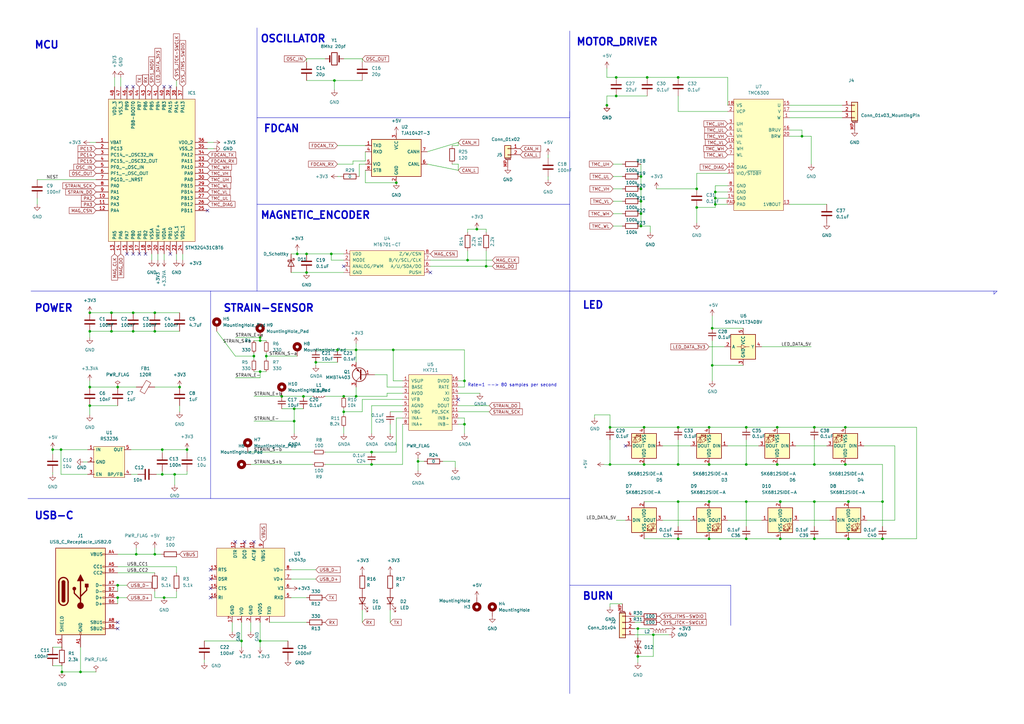
<source format=kicad_sch>
(kicad_sch (version 20230121) (generator eeschema)
  (paper "A3")
  (title_block (title "ELEC3300_knob_schematic") (rev "0.0"))
  (junction (at 138.43 143.51))
  (junction (at 106.68 262.89))
  (junction (at 290.83 205.74))
  (junction (at 33.02 275.59))
  (junction (at 361.95 220.98))
  (junction (at 347.98 220.98))
  (junction (at 36.83 166.37))
  (junction (at 21.59 184.404))
  (junction (at 54.61 135.89))
  (junction (at 45.72 128.27))
  (junction (at 190.5 156.21))
  (junction (at 106.68 139.7))
  (junction (at 252.73 39.37))
  (junction (at 63.5 128.27))
  (junction (at 292.1 134.62))
  (junction (at 146.05 143.51))
  (junction (at 293.37 83.82))
  (junction (at 285.75 85.09))
  (junction (at 199.39 109.22))
  (junction (at 125.73 104.14))
  (junction (at 306.07 175.26))
  (junction (at 120.65 172.72))
  (junction (at 265.43 31.75))
  (junction (at 347.98 205.74))
  (junction (at 262.89 72.39))
  (junction (at 106.68 152.4))
  (junction (at 137.16 33.02))
  (junction (at 67.31 245.11))
  (junction (at 25.019 184.404))
  (junction (at 25.4 275.59))
  (junction (at 104.14 146.05))
  (junction (at 252.73 31.75))
  (junction (at 285.75 77.47))
  (junction (at 190.5 173.99))
  (junction (at 261.62 257.81))
  (junction (at 63.5 227.33))
  (junction (at 191.77 106.68))
  (junction (at 36.83 158.75))
  (junction (at 121.92 104.14))
  (junction (at 76.708 184.404))
  (junction (at 135.89 104.14))
  (junction (at 120.65 167.64))
  (junction (at 171.45 189.23))
  (junction (at 264.16 175.26))
  (junction (at 146.05 162.56))
  (junction (at 334.01 190.5))
  (junction (at 306.07 190.5))
  (junction (at 152.4 185.42))
  (junction (at 334.01 175.26))
  (junction (at 320.04 205.74))
  (junction (at 71.628 194.564))
  (junction (at 99.06 262.89))
  (junction (at 278.13 220.98))
  (junction (at 261.62 269.24))
  (junction (at 262.89 87.63))
  (junction (at 106.68 138.43))
  (junction (at 66.548 184.404))
  (junction (at 293.37 81.28))
  (junction (at 334.01 205.74))
  (junction (at 262.89 92.71))
  (junction (at 346.71 190.5))
  (junction (at 36.83 135.89))
  (junction (at 264.16 190.5))
  (junction (at 278.13 205.74))
  (junction (at 48.26 245.11))
  (junction (at 250.19 190.5))
  (junction (at 346.71 175.26))
  (junction (at 290.83 220.98))
  (junction (at 320.04 220.98))
  (junction (at 36.83 128.27))
  (junction (at 115.57 162.56))
  (junction (at 328.93 55.88))
  (junction (at 290.83 190.5))
  (junction (at 278.13 190.5))
  (junction (at 54.61 128.27))
  (junction (at 152.4 190.5))
  (junction (at 250.19 175.26))
  (junction (at 318.77 175.26))
  (junction (at 45.72 135.89))
  (junction (at 306.07 205.74))
  (junction (at 306.07 220.98))
  (junction (at 195.58 93.98))
  (junction (at 162.56 74.93))
  (junction (at 63.5 135.89))
  (junction (at 55.88 227.33))
  (junction (at 48.26 158.75))
  (junction (at 267.97 260.35))
  (junction (at 248.92 43.18))
  (junction (at 73.66 158.75))
  (junction (at 124.46 162.56))
  (junction (at 290.83 175.26))
  (junction (at 66.548 194.564))
  (junction (at 293.37 78.74))
  (junction (at 140.97 162.56))
  (junction (at 292.1 149.86))
  (junction (at 278.13 31.75))
  (junction (at 262.89 77.47))
  (junction (at 278.13 175.26))
  (junction (at 140.97 168.91))
  (junction (at 125.73 111.76))
  (junction (at 318.77 190.5))
  (junction (at 48.26 240.03))
  (junction (at 109.22 146.05))
  (junction (at 129.54 148.59))
  (junction (at 262.89 82.55))
  (junction (at 361.95 205.74))
  (junction (at 161.29 143.51))
  (junction (at 334.01 220.98))
  (no_connect (at 59.69 104.14))
  (no_connect (at 54.61 104.14))
  (no_connect (at 176.53 111.76))
  (no_connect (at 52.07 35.56))
  (no_connect (at 187.96 163.83))
  (no_connect (at 69.85 35.56))
  (no_connect (at 54.61 35.56))
  (no_connect (at 48.26 255.27))
  (no_connect (at 85.09 86.36))
  (no_connect (at 67.31 35.56))
  (no_connect (at 48.26 257.81))
  (no_connect (at 69.85 104.14))
  (no_connect (at 140.97 109.22))
  (no_connect (at 52.07 104.14))
  (no_connect (at 86.36 233.68))
  (no_connect (at 86.36 241.3))
  (no_connect (at 86.36 237.49))
  (no_connect (at 96.52 222.25))
  (no_connect (at 104.14 222.25))
  (no_connect (at 100.33 222.25))
  (no_connect (at 86.36 245.11))
  (no_connect (at 256.54 182.88))
  (no_connect (at 57.15 104.14))
  (wire (pts (xy 261.62 257.81) (xy 261.62 261.62)))
  (wire (pts (xy 149.86 66.04) (xy 149.86 62.23)))
  (wire (pts (xy 250.19 170.18) (xy 250.19 175.26)))
  (wire (pts (xy 334.01 215.9) (xy 334.01 205.74)))
  (wire (pts (xy 323.85 83.82) (xy 339.09 83.82)))
  (polyline (pts (xy 233.68 240.03) (xy 299.72 240.03)))
  (wire (pts (xy 293.37 76.2) (xy 293.37 78.74)))
  (wire (pts (xy 54.61 128.27) (xy 63.5 128.27)))
  (wire (pts (xy 120.65 167.64) (xy 124.46 167.64)))
  (wire (pts (xy 290.83 175.26) (xy 306.07 175.26)))
  (wire (pts (xy 171.45 189.23) (xy 171.45 187.96)))
  (wire (pts (xy 293.37 81.28) (xy 293.37 83.82)))
  (wire (pts (xy 21.59 184.404) (xy 21.59 184.15)))
  (wire (pts (xy 191.77 106.68) (xy 191.77 102.87)))
  (wire (pts (xy 285.75 85.09) (xy 293.37 85.09)))
  (wire (pts (xy 306.07 190.5) (xy 318.77 190.5)))
  (wire (pts (xy 224.79 63.5) (xy 224.79 64.77)))
  (wire (pts (xy 119.38 245.11) (xy 125.73 245.11)))
  (wire (pts (xy 49.53 31.75) (xy 49.53 35.56)))
  (wire (pts (xy 347.98 220.98) (xy 361.95 220.98)))
  (wire (pts (xy 63.5 158.75) (xy 73.66 158.75)))
  (wire (pts (xy 137.16 33.02) (xy 148.59 33.02)))
  (wire (pts (xy 146.05 143.51) (xy 146.05 140.97)))
  (wire (pts (xy 121.92 102.87) (xy 121.92 104.14)))
  (wire (pts (xy 106.68 262.89) (xy 106.68 255.27)))
  (wire (pts (xy 320.04 220.98) (xy 334.01 220.98)))
  (wire (pts (xy 260.35 257.81) (xy 261.62 257.81)))
  (wire (pts (xy 152.4 190.5) (xy 165.1 190.5)))
  (wire (pts (xy 106.68 138.43) (xy 106.68 139.7)))
  (wire (pts (xy 187.96 166.37) (xy 200.66 166.37)))
  (wire (pts (xy 36.83 138.43) (xy 36.83 135.89)))
  (wire (pts (xy 48.26 240.03) (xy 48.26 242.57)))
  (wire (pts (xy 63.5 135.89) (xy 73.66 135.89)))
  (wire (pts (xy 73.66 166.37) (xy 73.66 168.91)))
  (wire (pts (xy 85.09 60.96) (xy 87.63 60.96)))
  (wire (pts (xy 318.77 175.26) (xy 334.01 175.26)))
  (wire (pts (xy 290.83 142.24) (xy 297.18 142.24)))
  (wire (pts (xy 106.68 139.7) (xy 109.22 139.7)))
  (wire (pts (xy 138.43 148.59) (xy 129.54 148.59)))
  (wire (pts (xy 48.26 245.11) (xy 52.07 245.11)))
  (wire (pts (xy 56.515 194.564) (xy 53.721 194.564)))
  (wire (pts (xy 199.39 109.22) (xy 199.39 102.87)))
  (wire (pts (xy 306.07 220.98) (xy 320.04 220.98)))
  (wire (pts (xy 106.68 265.43) (xy 106.68 262.89)))
  (wire (pts (xy 25.4 273.05) (xy 25.4 275.59)))
  (wire (pts (xy 67.31 245.11) (xy 72.39 245.11)))
  (wire (pts (xy 250.19 190.5) (xy 264.16 190.5)))
  (wire (pts (xy 251.46 72.39) (xy 255.27 72.39)))
  (wire (pts (xy 247.65 190.5) (xy 250.19 190.6304)))
  (wire (pts (xy 144.78 67.31) (xy 144.78 66.04)))
  (wire (pts (xy 162.56 171.45) (xy 162.56 185.42)))
  (wire (pts (xy 85.09 58.42) (xy 87.63 58.42)))
  (polyline (pts (xy 105.41 83.82) (xy 233.68 83.82)))
  (wire (pts (xy 252.73 213.36) (xy 256.54 213.36)))
  (wire (pts (xy 318.77 190.5) (xy 334.01 190.5)))
  (wire (pts (xy 187.96 58.42) (xy 175.26 62.23)))
  (wire (pts (xy 191.77 93.98) (xy 191.77 95.25)))
  (wire (pts (xy 138.43 67.31) (xy 144.78 67.31)))
  (wire (pts (xy 334.01 180.34) (xy 334.01 190.5)))
  (wire (pts (xy 161.29 143.51) (xy 161.29 156.21)))
  (wire (pts (xy 271.78 182.88) (xy 283.21 182.88)))
  (wire (pts (xy 115.57 162.56) (xy 124.46 162.56)))
  (polyline (pts (xy 233.68 284.48) (xy 233.68 204.47)))
  (wire (pts (xy 140.97 168.91) (xy 148.59 168.91)))
  (wire (pts (xy 25.019 194.564) (xy 35.941 194.564)))
  (wire (pts (xy 190.5 173.99) (xy 190.5 177.8)))
  (wire (pts (xy 64.77 104.14) (xy 64.77 106.68)))
  (wire (pts (xy 99.06 255.27) (xy 99.06 262.89)))
  (wire (pts (xy 278.13 220.98) (xy 264.16 220.98)))
  (wire (pts (xy 129.54 149.86) (xy 129.54 148.59)))
  (wire (pts (xy 106.68 152.4) (xy 109.22 152.4)))
  (wire (pts (xy 306.07 205.74) (xy 320.04 205.74)))
  (wire (pts (xy 171.45 189.23) (xy 173.99 189.23)))
  (wire (pts (xy 36.83 128.27) (xy 45.72 128.27)))
  (wire (pts (xy 187.96 161.29) (xy 196.85 161.29)))
  (wire (pts (xy 185.42 67.31) (xy 187.96 67.31)))
  (wire (pts (xy 298.45 213.36) (xy 312.42 213.36)))
  (wire (pts (xy 125.73 33.02) (xy 137.16 33.02)))
  (wire (pts (xy 67.31 104.14) (xy 67.31 106.68)))
  (wire (pts (xy 361.95 190.5) (xy 361.95 205.74)))
  (wire (pts (xy 334.01 205.74) (xy 347.98 205.74)))
  (wire (pts (xy 48.26 245.11) (xy 48.26 247.65)))
  (wire (pts (xy 63.5 245.11) (xy 67.31 245.11)))
  (wire (pts (xy 165.1 166.37) (xy 152.4 166.37)))
  (wire (pts (xy 152.4 185.42) (xy 162.56 185.42)))
  (wire (pts (xy 187.96 67.31) (xy 187.96 69.85)))
  (wire (pts (xy 83.82 271.78) (xy 83.82 270.51)))
  (wire (pts (xy 36.83 166.37) (xy 36.83 170.18)))
  (wire (pts (xy 278.13 205.74) (xy 290.83 205.74)))
  (wire (pts (xy 346.71 175.26) (xy 375.92 175.26)))
  (wire (pts (xy 71.628 194.564) (xy 76.708 194.564)))
  (wire (pts (xy 361.95 205.74) (xy 361.95 215.9)))
  (wire (pts (xy 109.22 144.78) (xy 109.22 146.05)))
  (wire (pts (xy 250.19 247.65) (xy 255.27 247.65)))
  (wire (pts (xy 306.07 180.34) (xy 306.07 190.5)))
  (wire (pts (xy 104.14 152.4) (xy 106.68 152.4)))
  (wire (pts (xy 104.14 162.56) (xy 115.57 162.56)))
  (wire (pts (xy 36.83 166.37) (xy 48.26 166.37)))
  (wire (pts (xy 176.53 106.68) (xy 191.77 106.68)))
  (wire (pts (xy 148.59 163.83) (xy 165.1 163.83)))
  (wire (pts (xy 312.42 142.24) (xy 332.74 142.24)))
  (polyline (pts (xy 299.72 240.03) (xy 299.72 256.54)))
  (wire (pts (xy 144.78 66.04) (xy 149.86 66.04)))
  (polyline (pts (xy 105.41 11.43) (xy 105.41 119.38)))
  (wire (pts (xy 25.019 184.404) (xy 25.019 194.564)))
  (wire (pts (xy 323.85 48.26) (xy 345.44 48.26)))
  (wire (pts (xy 185.42 59.69) (xy 187.96 59.69)))
  (wire (pts (xy 72.39 245.11) (xy 72.39 242.57)))
  (wire (pts (xy 146.05 143.51) (xy 161.29 143.51)))
  (wire (pts (xy 262.89 67.31) (xy 262.89 72.39)))
  (wire (pts (xy 290.83 220.98) (xy 306.07 220.98)))
  (wire (pts (xy 140.97 106.68) (xy 135.89 106.68)))
  (polyline (pts (xy 233.68 12.7) (xy 233.68 119.38)))
  (wire (pts (xy 21.59 186.182) (xy 21.59 184.404)))
  (wire (pts (xy 48.26 158.75) (xy 55.88 158.75)))
  (wire (pts (xy 161.29 156.21) (xy 165.1 156.21)))
  (wire (pts (xy 298.45 45.72) (xy 278.13 45.72)))
  (wire (pts (xy 76.708 194.564) (xy 76.708 193.294)))
  (wire (pts (xy 278.13 215.9) (xy 278.13 205.74)))
  (wire (pts (xy 148.59 24.13) (xy 148.59 25.4)))
  (wire (pts (xy 292.1 156.21) (xy 292.1 149.86)))
  (wire (pts (xy 96.52 154.94) (xy 106.68 154.94)))
  (wire (pts (xy 262.89 72.39) (xy 262.89 77.47)))
  (wire (pts (xy 46.99 31.75) (xy 46.99 35.56)))
  (wire (pts (xy 33.02 275.59) (xy 39.37 275.59)))
  (wire (pts (xy 195.58 93.98) (xy 199.39 93.98)))
  (wire (pts (xy 129.54 237.49) (xy 119.38 237.49)))
  (wire (pts (xy 165.1 173.99) (xy 165.1 190.5)))
  (wire (pts (xy 262.89 92.71) (xy 266.7 92.71)))
  (wire (pts (xy 328.93 53.34) (xy 328.93 55.88)))
  (wire (pts (xy 278.13 31.75) (xy 298.45 31.75)))
  (wire (pts (xy 137.16 36.83) (xy 137.16 33.02)))
  (wire (pts (xy 146.05 158.75) (xy 146.05 162.56)))
  (wire (pts (xy 323.85 43.18) (xy 345.44 43.18)))
  (polyline (pts (xy 12.7 119.38) (xy 86.36 119.38)))
  (wire (pts (xy 125.73 104.14) (xy 135.89 104.14)))
  (wire (pts (xy 306.07 215.9) (xy 306.07 205.74)))
  (wire (pts (xy 48.26 234.95) (xy 63.5 234.95)))
  (wire (pts (xy 252.73 39.37) (xy 248.92 39.37)))
  (wire (pts (xy 135.89 104.14) (xy 135.89 106.68)))
  (wire (pts (xy 15.24 81.28) (xy 15.24 83.82)))
  (wire (pts (xy 323.85 53.34) (xy 328.93 53.34)))
  (wire (pts (xy 106.68 152.4) (xy 106.68 154.94)))
  (wire (pts (xy 140.97 170.18) (xy 140.97 168.91)))
  (wire (pts (xy 243.84 171.45) (xy 243.84 170.18)))
  (wire (pts (xy 186.69 189.23) (xy 186.69 191.77)))
  (wire (pts (xy 171.45 193.04) (xy 171.45 189.23)))
  (wire (pts (xy 129.54 233.68) (xy 119.38 233.68)))
  (wire (pts (xy 148.59 255.27) (xy 148.59 250.19)))
  (wire (pts (xy 125.73 25.4) (xy 125.73 24.13)))
  (wire (pts (xy 72.39 33.02) (xy 72.39 35.56)))
  (wire (pts (xy 334.01 190.5) (xy 346.71 190.5)))
  (wire (pts (xy 181.61 189.23) (xy 186.69 189.23)))
  (wire (pts (xy 298.45 182.88) (xy 311.15 182.88)))
  (wire (pts (xy 34.163 189.484) (xy 35.941 189.484)))
  (wire (pts (xy 243.84 170.18) (xy 250.19 170.18)))
  (wire (pts (xy 135.89 104.14) (xy 140.97 104.14)))
  (polyline (pts (xy 407.67 119.38) (xy 407.67 120.65)))
  (wire (pts (xy 129.54 143.51) (xy 138.43 143.51)))
  (wire (pts (xy 264.16 190.5) (xy 278.13 190.5)))
  (wire (pts (xy 96.52 138.43) (xy 106.68 138.43)))
  (wire (pts (xy 261.62 257.81) (xy 266.7 257.81)))
  (wire (pts (xy 252.73 31.75) (xy 248.92 31.75)))
  (wire (pts (xy 224.79 72.39) (xy 224.79 73.66)))
  (wire (pts (xy 72.39 104.14) (xy 72.39 106.68)))
  (wire (pts (xy 36.83 156.21) (xy 36.83 158.75)))
  (wire (pts (xy 187.96 168.91) (xy 200.66 168.91)))
  (polyline (pts (xy 233.68 48.26) (xy 233.68 45.72)))
  (wire (pts (xy 125.73 24.13) (xy 133.35 24.13)))
  (wire (pts (xy 48.26 227.33) (xy 55.88 227.33)))
  (wire (pts (xy 71.628 198.882) (xy 71.628 194.564)))
  (wire (pts (xy 267.97 260.35) (xy 274.32 260.35)))
  (wire (pts (xy 48.26 240.03) (xy 52.07 240.03)))
  (wire (pts (xy 25.4 275.59) (xy 33.02 275.59)))
  (wire (pts (xy 36.83 135.89) (xy 45.72 135.89)))
  (wire (pts (xy 283.21 213.36) (xy 271.78 213.36)))
  (wire (pts (xy 36.83 158.75) (xy 48.26 158.75)))
  (wire (pts (xy 266.7 92.71) (xy 266.7 95.25)))
  (polyline (pts (xy 408.94 119.38) (xy 407.67 120.65)))
  (wire (pts (xy 320.04 205.74) (xy 334.01 205.74)))
  (wire (pts (xy 152.4 190.5) (xy 133.35 190.5)))
  (wire (pts (xy 375.92 220.98) (xy 361.95 220.98)))
  (wire (pts (xy 190.5 171.45) (xy 190.5 173.99)))
  (wire (pts (xy 83.82 262.89) (xy 99.06 262.89)))
  (wire (pts (xy 160.02 250.19) (xy 160.02 255.27)))
  (wire (pts (xy 133.35 185.42) (xy 152.4 185.42)))
  (wire (pts (xy 187.96 171.45) (xy 190.5 171.45)))
  (wire (pts (xy 367.03 182.88) (xy 367.03 213.36)))
  (wire (pts (xy 138.43 143.51) (xy 146.05 143.51)))
  (wire (pts (xy 45.72 128.27) (xy 54.61 128.27)))
  (wire (pts (xy 251.46 92.71) (xy 255.27 92.71)))
  (wire (pts (xy 119.38 104.14) (xy 121.92 104.14)))
  (wire (pts (xy 119.38 111.76) (xy 125.73 111.76)))
  (wire (pts (xy 191.77 106.68) (xy 201.93 106.68)))
  (wire (pts (xy 278.13 180.34) (xy 278.13 190.5)))
  (wire (pts (xy 187.96 158.75) (xy 190.5 158.75)))
  (wire (pts (xy 251.46 67.31) (xy 255.27 67.31)))
  (wire (pts (xy 165.1 171.45) (xy 162.56 171.45)))
  (wire (pts (xy 66.548 184.404) (xy 76.708 184.404)))
  (wire (pts (xy 149.86 74.93) (xy 162.56 74.93)))
  (wire (pts (xy 96.52 146.05) (xy 104.14 146.05)))
  (wire (pts (xy 140.97 177.8) (xy 140.97 175.26)))
  (wire (pts (xy 104.14 172.72) (xy 120.65 172.72)))
  (wire (pts (xy 248.92 39.37) (xy 248.92 43.18)))
  (wire (pts (xy 158.75 162.56) (xy 158.75 161.29)))
  (wire (pts (xy 106.68 262.89) (xy 118.11 262.89)))
  (wire (pts (xy 62.23 104.14) (xy 62.23 106.68)))
  (wire (pts (xy 269.24 77.47) (xy 285.75 77.47)))
  (wire (pts (xy 293.37 83.82) (xy 298.45 83.82)))
  (wire (pts (xy 36.83 58.42) (xy 39.37 58.42)))
  (wire (pts (xy 160.02 168.91) (xy 165.1 168.91)))
  (wire (pts (xy 33.02 265.43) (xy 33.02 275.59)))
  (wire (pts (xy 125.73 111.76) (xy 140.97 111.76)))
  (wire (pts (xy 63.5 128.27) (xy 73.66 128.27)))
  (wire (pts (xy 347.98 205.74) (xy 361.95 205.74)))
  (wire (pts (xy 278.13 190.5) (xy 290.83 190.5)))
  (wire (pts (xy 147.32 67.31) (xy 149.86 67.31)))
  (wire (pts (xy 265.43 39.37) (xy 252.73 39.37)))
  (wire (pts (xy 292.1 149.86) (xy 304.8 149.86)))
  (wire (pts (xy 323.85 45.72) (xy 345.44 45.72)))
  (wire (pts (xy 293.37 78.74) (xy 293.37 81.28)))
  (wire (pts (xy 292.1 134.62) (xy 304.8 134.62)))
  (wire (pts (xy 124.46 162.56) (xy 128.27 162.56)))
  (wire (pts (xy 148.59 168.91) (xy 148.59 163.83)))
  (wire (pts (xy 264.16 175.26) (xy 278.13 175.26)))
  (wire (pts (xy 109.22 146.05) (xy 121.92 146.05)))
  (wire (pts (xy 99.06 262.89) (xy 99.06 265.43)))
  (wire (pts (xy 63.5 227.33) (xy 66.04 227.33)))
  (wire (pts (xy 323.85 55.88) (xy 328.93 55.88)))
  (wire (pts (xy 262.89 77.47) (xy 262.89 82.55)))
  (wire (pts (xy 102.87 190.5) (xy 128.27 190.5)))
  (wire (pts (xy 187.96 59.69) (xy 187.96 58.42)))
  (wire (pts (xy 146.05 162.56) (xy 158.75 162.56)))
  (wire (pts (xy 278.13 31.75) (xy 265.43 31.75)))
  (wire (pts (xy 158.75 153.67) (xy 158.75 158.75)))
  (wire (pts (xy 63.5 227.33) (xy 63.5 224.79)))
  (wire (pts (xy 102.87 255.27) (xy 102.87 259.08)))
  (wire (pts (xy 262.89 82.55) (xy 262.89 87.63)))
  (wire (pts (xy 261.62 269.24) (xy 267.97 269.24)))
  (polyline (pts (xy 233.68 119.38) (xy 233.68 204.47)))
  (wire (pts (xy 147.32 72.39) (xy 147.32 67.31)))
  (wire (pts (xy 251.46 87.63) (xy 255.27 87.63)))
  (wire (pts (xy 72.39 232.41) (xy 72.39 234.95)))
  (wire (pts (xy 250.19 248.92) (xy 250.19 247.65)))
  (wire (pts (xy 354.33 182.88) (xy 367.03 182.88)))
  (wire (pts (xy 115.57 167.64) (xy 120.65 167.64)))
  (polyline (pts (xy 86.36 119.38) (xy 86.36 204.47)))
  (wire (pts (xy 340.36 213.36) (xy 327.66 213.36)))
  (wire (pts (xy 55.88 224.79) (xy 55.88 227.33)))
  (wire (pts (xy 138.43 59.69) (xy 149.86 59.69)))
  (wire (pts (xy 248.92 27.94) (xy 248.92 31.75)))
  (wire (pts (xy 293.37 83.82) (xy 293.37 85.09)))
  (wire (pts (xy 190.5 143.51) (xy 190.5 156.21)))
  (wire (pts (xy 104.14 144.78) (xy 104.14 146.05)))
  (wire (pts (xy 260.35 260.35) (xy 267.97 260.35)))
  (polyline (pts (xy 233.68 119.38) (xy 408.94 119.38)))
  (wire (pts (xy 190.5 156.21) (xy 187.96 156.21)))
  (wire (pts (xy 140.97 162.56) (xy 146.05 162.56)))
  (wire (pts (xy 158.75 158.75) (xy 165.1 158.75)))
  (wire (pts (xy 293.37 81.28) (xy 298.45 81.28)))
  (wire (pts (xy 262.89 255.27) (xy 260.35 255.27)))
  (wire (pts (xy 199.39 93.98) (xy 199.39 95.25)))
  (polyline (pts (xy 105.41 48.26) (xy 233.68 48.26)))
  (wire (pts (xy 285.75 71.12) (xy 298.45 71.12)))
  (wire (pts (xy 48.26 232.41) (xy 72.39 232.41)))
  (wire (pts (xy 191.77 93.98) (xy 195.58 93.98)))
  (wire (pts (xy 152.4 166.37) (xy 152.4 177.8)))
  (wire (pts (xy 298.45 76.2) (xy 293.37 76.2)))
  (wire (pts (xy 176.53 109.22) (xy 199.39 109.22)))
  (wire (pts (xy 66.548 193.294) (xy 66.548 194.564)))
  (wire (pts (xy 45.72 135.89) (xy 54.61 135.89)))
  (wire (pts (xy 74.93 104.14) (xy 74.93 106.68)))
  (wire (pts (xy 120.65 167.64) (xy 120.65 172.72)))
  (wire (pts (xy 66.548 194.564) (xy 71.628 194.564)))
  (wire (pts (xy 63.5 242.57) (xy 63.5 245.11)))
  (polyline (pts (xy 11.43 204.47) (xy 233.68 204.47)))
  (wire (pts (xy 138.43 72.39) (xy 139.7 72.39)))
  (wire (pts (xy 298.45 31.75) (xy 298.45 43.18)))
  (wire (pts (xy 290.83 205.74) (xy 306.07 205.74)))
  (wire (pts (xy 306.07 175.26) (xy 318.77 175.26)))
  (wire (pts (xy 187.96 173.99) (xy 190.5 173.99)))
  (wire (pts (xy 346.71 190.5) (xy 361.95 190.5)))
  (wire (pts (xy 140.97 167.64) (xy 140.97 168.91)))
  (wire (pts (xy 334.01 220.98) (xy 347.98 220.98)))
  (wire (pts (xy 261.62 269.24) (xy 261.62 271.78)))
  (wire (pts (xy 285.75 85.09) (xy 285.75 91.44)))
  (wire (pts (xy 250.19 175.26) (xy 264.16 175.26)))
  (wire (pts (xy 290.83 190.5) (xy 306.07 190.5)))
  (wire (pts (xy 285.75 77.47) (xy 285.75 71.12)))
  (wire (pts (xy 265.43 31.75) (xy 252.73 31.75)))
  (wire (pts (xy 278.13 220.98) (xy 290.83 220.98)))
  (wire (pts (xy 250.19 180.34) (xy 250.19 190.5)))
  (wire (pts (xy 88.9 135.89) (xy 96.52 146.05)))
  (wire (pts (xy 120.65 172.72) (xy 120.65 177.8)))
  (wire (pts (xy 104.14 146.05) (xy 104.14 147.32)))
  (wire (pts (xy 334.01 175.26) (xy 346.71 175.26)))
  (wire (pts (xy 292.1 129.54) (xy 292.1 134.62)))
  (wire (pts (xy 278.13 175.26) (xy 290.83 175.26)))
  (wire (pts (xy 292.1 139.7) (xy 292.1 149.86)))
  (wire (pts (xy 251.46 77.47) (xy 255.27 77.47)))
  (polyline (pts (xy 86.36 119.38) (xy 233.68 119.38)))
  (wire (pts (xy 250.19 190.6304) (xy 250.19 190.5)))
  (wire (pts (xy 104.14 139.7) (xy 106.68 139.7)))
  (wire (pts (xy 262.89 252.73) (xy 260.35 252.73)))
  (wire (pts (xy 278.13 39.37) (xy 278.13 45.72)))
  (wire (pts (xy 101.6 185.42) (xy 128.27 185.42)))
  (wire (pts (xy 199.39 109.22) (xy 201.93 109.22)))
  (wire (pts (xy 251.46 82.55) (xy 255.27 82.55)))
  (wire (pts (xy 187.96 69.85) (xy 175.26 67.31)))
  (wire (pts (xy 15.24 73.66) (xy 39.37 73.66)))
  (wire (pts (xy 161.29 143.51) (xy 190.5 143.51)))
  (wire (pts (xy 133.35 162.56) (xy 140.97 162.56)))
  (wire (pts (xy 328.93 55.88) (xy 332.74 55.88)))
  (wire (pts (xy 158.75 161.29) (xy 165.1 161.29)))
  (wire (pts (xy 21.59 273.05) (xy 25.4 273.05)))
  (wire (pts (xy 278.13 205.74) (xy 264.16 205.74)))
  (wire (pts (xy 109.22 146.05) (xy 109.22 147.32)))
  (wire (pts (xy 66.548 185.674) (xy 66.548 184.404)))
  (wire (pts (xy 149.86 69.85) (xy 149.86 74.93)))
  (wire (pts (xy 110.49 255.27) (xy 125.73 255.27)))
  (wire (pts (xy 355.6 213.36) (xy 367.03 213.36)))
  (wire (pts (xy 293.37 78.74) (xy 298.45 78.74)))
  (wire (pts (xy 262.89 87.63) (xy 262.89 92.71)))
  (wire (pts (xy 64.135 194.564) (xy 66.548 194.564)))
  (wire (pts (xy 95.25 255.27) (xy 95.25 259.08)))
  (wire (pts (xy 25.019 184.404) (xy 35.941 184.404)))
  (wire (pts (xy 140.97 24.13) (xy 148.59 24.13)))
  (wire (pts (xy 326.39 182.88) (xy 339.09 182.88)))
  (wire (pts (xy 332.74 55.88) (xy 332.74 67.31)))
  (wire (pts (xy 21.59 193.802) (xy 21.59 194.564)))
  (wire (pts (xy 375.92 175.26) (xy 375.92 220.98)))
  (wire (pts (xy 21.59 265.43) (xy 25.4 265.43)))
  (wire (pts (xy 190.5 158.75) (xy 190.5 156.21)))
  (wire (pts (xy 153.67 153.67) (xy 158.75 153.67)))
  (wire (pts (xy 267.97 269.24) (xy 267.97 260.35)))
  (wire (pts (xy 21.59 184.404) (xy 25.019 184.404)))
  (wire (pts (xy 146.05 143.51) (xy 146.05 148.59)))
  (wire (pts (xy 160.02 173.99) (xy 160.02 177.8)))
  (wire (pts (xy 53.721 184.404) (xy 66.548 184.404)))
  (wire (pts (xy 121.92 104.14) (xy 125.73 104.14)))
  (wire (pts (xy 76.708 184.404) (xy 76.708 185.674)))
  (wire (pts (xy 54.61 135.89) (xy 63.5 135.89)))
  (wire (pts (xy 55.88 227.33) (xy 63.5 227.33)))
  (text "USB-C" (at 13.97 213.36 0) (effects (font (size 3 3) (thickness 0.6) bold) (justify left bottom)))
  (text "MAGNETIC_ENCODER" (at 106.68 90.17 0) (effects (font (size 3 3) bold) (justify left bottom)))
  (text "STRAIN-SENSOR\n" (at 91.44 128.27 0) (effects (font (size 3 3) bold) (justify left bottom)))
  (text "MOTOR_DRIVER" (at 236.22 19.05 0) (effects (font (size 3 3) bold) (justify left bottom)))
  (text "Rate=1 --> 80 samples per second" (at 191.77 158.75 0) (effects (font (size 1.27 1.27)) (justify left bottom)))
  (text "LED" (at 238.76 127 0) (effects (font (size 3 3) bold) (justify left bottom)))
  (text "BURN" (at 238.76 246.38 0) (effects (font (size 3 3) (thickness 0.6) bold) (justify left bottom)))
  (text "FDCAN" (at 107.95 54.61 0) (effects (font (size 3 3) bold) (justify left bottom)))
  (text "OSCILLATOR" (at 106.68 17.78 0) (effects (font (size 3 3) bold) (justify left bottom)))
  (text "MCU" (at 13.97 20.32 0) (effects (font (size 3 3) bold) (justify left bottom)))
  (text "POWER" (at 13.97 128.27 0) (effects (font (size 3 3) (thickness 0.6) bold) (justify left bottom)))
  (label "STRAIN_S-a" (at 121.92 146.05 180))
  (label "STRAIN_S+a" (at 91.44 140.97 0))
  (label "NEST" (at 19.05 73.66 0))
  (label "STRAIN_E-" (at 104.14 172.72 0))
  (label "USB_CC1" (at 52.07 232.41 0))
  (label "LED_DATA_5V" (at 332.74 142.24 180))
  (label "LED_DATA_5V" (at 252.73 213.36 180))
  (label "STRAIN_S-b" (at 104.14 185.42 0))
  (label "STRAIN_S+b" (at 104.14 190.5 0))
  (label "STRAIN_E+b" (at 104.14 162.56 0))
  (label "USB_CC2" (at 52.07 234.95 0))
  (label "STRAIN_E+a" (at 96.52 138.43 0))
  (label "STRAIN_E-" (at 96.52 154.94 0))
  (global_label "OSC_IN" (shape input) (at 125.73 24.13 180) (property "Intersheetrefs" "${INTERSHEET_REFS}" (effects hide)))
  (global_label "MAG_DO" (shape input) (at 49.53 104.14 270) (property "Intersheetrefs" "${INTERSHEET_REFS}" (effects hide)))
  (global_label "FDCAN_TX" (shape input) (at 85.09 63.5 0) (property "Intersheetrefs" "${INTERSHEET_REFS}" (effects hide)))
  (global_label "USB_D-" (shape input) (at 52.07 240.03 0) (property "Intersheetrefs" "${INTERSHEET_REFS}" (effects hide)))
  (global_label "TMC_UH" (shape input) (at 298.45 50.8 180) (property "Intersheetrefs" "${INTERSHEET_REFS}" (effects hide)))
  (global_label "FDCAN_RX" (shape input) (at 138.43 67.31 180) (property "Intersheetrefs" "${INTERSHEET_REFS}" (effects hide)))
  (global_label "MAG_DO" (shape input) (at 201.93 109.22 0) (property "Intersheetrefs" "${INTERSHEET_REFS}" (effects hide)))
  (global_label "TMC_UL" (shape input) (at 251.46 72.39 180) (property "Intersheetrefs" "${INTERSHEET_REFS}" (effects hide)))
  (global_label "SYS_JTMS-SWDIO" (shape input) (at 74.93 35.56 90) (property "Intersheetrefs" "${INTERSHEET_REFS}" (effects hide)))
  (global_label "TMC_UL" (shape input) (at 85.09 81.28 0) (property "Intersheetrefs" "${INTERSHEET_REFS}" (effects hide)))
  (global_label "TMC_VL" (shape input) (at 251.46 82.55 180) (property "Intersheetrefs" "${INTERSHEET_REFS}" (effects hide)))
  (global_label "PC15" (shape input) (at 39.37 66.04 180) (property "Intersheetrefs" "${INTERSHEET_REFS}" (effects hide)))
  (global_label "USB_D+" (shape input) (at 129.54 237.49 0) (property "Intersheetrefs" "${INTERSHEET_REFS}" (effects hide)))
  (global_label "TMC_VH" (shape input) (at 85.09 71.12 0) (property "Intersheetrefs" "${INTERSHEET_REFS}" (effects hide)))
  (global_label "CAN_L" (shape input) (at 213.36 63.5 0) (property "Intersheetrefs" "${INTERSHEET_REFS}" (effects hide)))
  (global_label "MAG_CSN" (shape input) (at 39.37 86.36 180) (property "Intersheetrefs" "${INTERSHEET_REFS}" (effects hide)))
  (global_label "USB_D-" (shape input) (at 129.54 233.68 0) (property "Intersheetrefs" "${INTERSHEET_REFS}" (effects hide)))
  (global_label "TMC_WH" (shape input) (at 298.45 60.96 180) (property "Intersheetrefs" "${INTERSHEET_REFS}" (effects hide)))
  (global_label "TMC_VL" (shape input) (at 298.45 58.42 180) (property "Intersheetrefs" "${INTERSHEET_REFS}" (effects hide)))
  (global_label "FDCAN_RX" (shape input) (at 85.09 66.04 0) (property "Intersheetrefs" "${INTERSHEET_REFS}" (effects hide)))
  (global_label "STRAIN_DO" (shape input) (at 39.37 78.74 180) (property "Intersheetrefs" "${INTERSHEET_REFS}" (effects hide)))
  (global_label "TMC_WL" (shape input) (at 85.09 76.2 0) (property "Intersheetrefs" "${INTERSHEET_REFS}" (effects hide)))
  (global_label "TMC_UL" (shape input) (at 298.45 53.34 180) (property "Intersheetrefs" "${INTERSHEET_REFS}" (effects hide)))
  (global_label "CAN_H" (shape input) (at 213.36 60.96 0) (property "Intersheetrefs" "${INTERSHEET_REFS}" (effects hide)))
  (global_label "TMC_VH" (shape input) (at 298.45 55.88 180) (property "Intersheetrefs" "${INTERSHEET_REFS}" (effects hide)))
  (global_label "CAN_H" (shape input) (at 187.96 58.42 0) (property "Intersheetrefs" "${INTERSHEET_REFS}" (effects hide)))
  (global_label "LED_DATA_3V3" (shape input) (at 64.77 35.56 90) (property "Intersheetrefs" "${INTERSHEET_REFS}" (effects hide)))
  (global_label "PA3" (shape input) (at 39.37 83.82 180) (property "Intersheetrefs" "${INTERSHEET_REFS}" (effects hide)))
  (global_label "OSC_IN" (shape input) (at 39.37 68.58 180) (property "Intersheetrefs" "${INTERSHEET_REFS}" (effects hide)))
  (global_label "TMC_WH" (shape input) (at 251.46 87.63 180) (property "Intersheetrefs" "${INTERSHEET_REFS}" (effects hide)))
  (global_label "TX" (shape input) (at 133.35 245.11 0) (property "Intersheetrefs" "${INTERSHEET_REFS}" (effects hide)))
  (global_label "TMC_VL" (shape input) (at 85.09 78.74 0) (property "Intersheetrefs" "${INTERSHEET_REFS}" (effects hide)))
  (global_label "PC14" (shape input) (at 39.37 63.5 180) (property "Intersheetrefs" "${INTERSHEET_REFS}" (effects hide)))
  (global_label "USB_D+" (shape input) (at 52.07 245.11 0) (property "Intersheetrefs" "${INTERSHEET_REFS}" (effects hide)))
  (global_label "TMC_UH" (shape input) (at 85.09 73.66 0) (property "Intersheetrefs" "${INTERSHEET_REFS}" (effects hide)))
  (global_label "SYS_JTMS-SWDIO" (shape input) (at 270.51 252.73 0) (property "Intersheetrefs" "${INTERSHEET_REFS}" (effects hide)))
  (global_label "STRAIN_SCK" (shape input) (at 200.66 168.91 0) (property "Intersheetrefs" "${INTERSHEET_REFS}" (effects hide)))
  (global_label "OSC_OUT" (shape input) (at 39.37 71.12 180) (property "Intersheetrefs" "${INTERSHEET_REFS}" (effects hide)))
  (global_label "SYS_JTCK-SWCLK" (shape input) (at 270.51 255.27 0) (property "Intersheetrefs" "${INTERSHEET_REFS}" (effects hide)))
  (global_label "TMC_UH" (shape input) (at 251.46 67.31 180) (property "Intersheetrefs" "${INTERSHEET_REFS}" (effects hide)))
  (global_label "TMC_WL" (shape input) (at 251.46 92.71 180) (property "Intersheetrefs" "${INTERSHEET_REFS}" (effects hide)))
  (global_label "TMC_WL" (shape input) (at 298.45 63.5 180) (property "Intersheetrefs" "${INTERSHEET_REFS}" (effects hide)))
  (global_label "SYS_JTCK-SWCLK" (shape input) (at 72.39 33.02 90) (property "Intersheetrefs" "${INTERSHEET_REFS}" (effects hide)))
  (global_label "MAG_CSN" (shape input) (at 176.53 104.14 0) (property "Intersheetrefs" "${INTERSHEET_REFS}" (effects hide)))
  (global_label "PA2" (shape input) (at 39.37 81.28 180) (property "Intersheetrefs" "${INTERSHEET_REFS}" (effects hide)))
  (global_label "VBUS" (shape input) (at 73.66 227.33 0) (property "Intersheetrefs" "${INTERSHEET_REFS}" (effects hide)))
  (global_label "TMC_DIAG" (shape input) (at 298.45 68.58 180) (property "Intersheetrefs" "${INTERSHEET_REFS}" (effects hide)))
  (global_label "RX" (shape input) (at 59.69 35.56 90) (property "Intersheetrefs" "${INTERSHEET_REFS}" (effects hide)))
  (global_label "PC13" (shape input) (at 39.37 60.96 180) (property "Intersheetrefs" "${INTERSHEET_REFS}" (effects hide)))
  (global_label "MAG_CLK" (shape input) (at 46.99 104.14 270) (property "Intersheetrefs" "${INTERSHEET_REFS}" (effects hide)))
  (global_label "MAG_CLK" (shape input) (at 201.93 106.68 0) (property "Intersheetrefs" "${INTERSHEET_REFS}" (effects hide)))
  (global_label "FDCAN_TX" (shape input) (at 138.43 59.69 180) (property "Intersheetrefs" "${INTERSHEET_REFS}" (effects hide)))
  (global_label "OSC_OUT" (shape input) (at 148.59 24.13 0) (property "Intersheetrefs" "${INTERSHEET_REFS}" (effects hide)))
  (global_label "VBUS" (shape input) (at 107.95 222.25 90) (property "Intersheetrefs" "${INTERSHEET_REFS}" (effects hide)))
  (global_label "TMC_VH" (shape input) (at 251.46 77.47 180) (property "Intersheetrefs" "${INTERSHEET_REFS}" (effects hide)))
  (global_label "TMC_DIAG" (shape input) (at 85.09 83.82 0) (property "Intersheetrefs" "${INTERSHEET_REFS}" (effects hide)))
  (global_label "SPI1_MOSI" (shape input) (at 62.23 35.56 90) (property "Intersheetrefs" "${INTERSHEET_REFS}" (effects hide)))
  (global_label "RX" (shape input) (at 148.59 255.27 0) (property "Intersheetrefs" "${INTERSHEET_REFS}" (effects hide)))
  (global_label "TX" (shape input) (at 160.02 255.27 0) (property "Intersheetrefs" "${INTERSHEET_REFS}" (effects hide)))
  (global_label "TMC_WH" (shape input) (at 85.09 68.58 0) (property "Intersheetrefs" "${INTERSHEET_REFS}" (effects hide)))
  (global_label "STRAIN_DO" (shape input) (at 200.66 166.37 0) (property "Intersheetrefs" "${INTERSHEET_REFS}" (effects hide)))
  (global_label "LED_DATA_3V3" (shape input) (at 290.83 142.24 180) (property "Intersheetrefs" "${INTERSHEET_REFS}" (effects hide)))
  (global_label "TX" (shape input) (at 57.15 35.56 90) (property "Intersheetrefs" "${INTERSHEET_REFS}" (effects hide)))
  (global_label "STRAIN_SCK" (shape input) (at 39.37 76.2 180) (property "Intersheetrefs" "${INTERSHEET_REFS}" (effects hide)))
  (global_label "RX" (shape input) (at 133.35 255.27 0) (property "Intersheetrefs" "${INTERSHEET_REFS}" (effects hide)))
  (global_label "CAN_L" (shape input) (at 187.96 69.85 0) (property "Intersheetrefs" "${INTERSHEET_REFS}" (effects hide)))
  (symbol (lib_id "power:+5V") (at 247.65 190.5 90) (unit 1)
    (property "Reference" "#PWR0122" (effects hide))
    (property "Value" "+5V" (at 240.03 190.5 0))
  )
  (symbol (lib_id "Device:C") (at 125.73 29.21 0) (unit 1)
    (property "Reference" "C14" (at 129.54 27.9399 0) (effects (justify left)))
    (property "Value" "20p" (at 129.54 30.4799 0) (effects (justify left)))
    (property "Footprint" "Capacitor_SMD:C_0603_1608Metric" (effects hide))
  )
  (symbol (lib_id "Device:R") (at 129.54 245.11 90) (unit 1)
    (property "Reference" "R12" (at 129.54 247.65 90))
    (property "Value" "330" (at 129.54 242.57 90))
    (property "Footprint" "Resistor_SMD:R_0603_1608Metric" (effects hide))
  )
  (symbol (lib_id "Device:C") (at 66.548 189.484 0) (unit 1)
    (property "Reference" "C13" (at 69.342 188.214 0) (effects (justify left)))
    (property "Value" "100n" (at 69.342 190.754 0) (effects (justify left)))
    (property "Footprint" "Capacitor_SMD:C_0603_1608Metric" (effects hide))
  )
  (symbol (lib_id "power:GND") (at 332.74 67.31 0) (unit 1)
    (property "Reference" "#PWR057" (effects hide))
    (property "Value" "GND" (at 332.74 72.39 0))
  )
  (symbol (lib_id "Device:R_Small") (at 130.81 190.5 90) (unit 1)
    (property "Reference" "R9" (at 130.81 195.58 90))
    (property "Value" "100" (at 130.81 193.04 90))
    (property "Footprint" "Resistor_SMD:R_0603_1608Metric" (effects hide))
    (property "LCSC" "C319953" (effects hide))
    (property "Digikey" "RMCF0603FT100RCT-ND" (effects hide))
    (property "Mouser" "652-CR0603FX-1000ELF" (effects hide))
  )
  (symbol (lib_id "power:GND") (at 72.39 106.68 0) (unit 1)
    (property "Reference" "#PWR06" (effects hide))
    (property "Value" "GND" (at 72.39 111.76 0))
  )
  (symbol (lib_id "Device:R_Small") (at 140.97 165.1 0) (unit 1)
    (property "Reference" "R10" (at 142.4686 163.9316 0) (effects (justify left)))
    (property "Value" "10k" (at 142.4686 166.243 0) (effects (justify left)))
    (property "Footprint" "Resistor_SMD:R_0603_1608Metric" (effects hide))
    (property "LCSC" "C98220" (effects hide))
    (property "Digikey" "RMCF0603JT10K0CT-ND" (effects hide))
    (property "Mouser" "652-CR0603FX-1002ELF" (effects hide))
  )
  (symbol (lib_id "power:PWR_FLAG") (at 48.26 158.75 0) (unit 1)
    (property "Reference" "#FLG0103" (effects hide))
    (property "Value" "PWR_FLAG" (at 48.26 153.67 0))
  )
  (symbol (lib_id "Device:R") (at 25.4 269.24 0) (unit 1)
    (property "Reference" "R1" (at 27.94 267.9699 0) (effects (justify left)))
    (property "Value" "2.3k" (at 27.94 270.5099 0) (effects (justify left)))
    (property "Footprint" "Resistor_SMD:R_0603_1608Metric" (effects hide))
  )
  (symbol (lib_id "Device:L_Small") (at 130.81 162.56 270) (unit 1)
    (property "Reference" "L1" (at 130.81 157.9626 90))
    (property "Value" "3.3uH" (at 130.81 160.274 90))
    (property "Footprint" "Inductor_SMD:L_0805_2012Metric" (effects hide))
    (property "LCSC" "C307744" (effects hide))
    (property "Digikey" "445-6394-1-ND" (effects hide))
    (property "Mouser" "810-MLZ2012A3R3WT000" (effects hide))
  )
  (symbol (lib_id "power:GND") (at 71.628 198.882 0) (unit 1)
    (property "Reference" "#PWR0105" (effects hide))
    (property "Value" "GND" (at 71.628 203.327 0))
  )
  (symbol (lib_id "power:GNDA") (at 152.4 177.8 0) (unit 1)
    (property "Reference" "#PWR033" (effects hide))
    (property "Value" "GNDA" (at 152.527 182.1942 0))
  )
  (symbol (lib_id "Device:C_Small") (at 278.13 177.8 0) (unit 1)
    (property "Reference" "C33" (at 280.4668 176.6316 0) (effects (justify left)))
    (property "Value" "0.1uF" (at 280.4668 178.943 0) (effects (justify left)))
    (property "Footprint" "Capacitor_SMD:C_0603_1608Metric" (effects hide))
    (property "LCSC" "C1591" (effects hide))
    (property "Digikey" "1276-1935-1-ND" (effects hide))
    (property "Mouser" "187-CL10B104KB8NNWC" (effects hide))
  )
  (symbol (lib_id "Device:C") (at 45.72 132.08 0) (unit 1)
    (property "Reference" "C2" (at 49.53 130.8099 0) (effects (justify left)))
    (property "Value" "100nF" (at 49.53 133.3499 0) (effects (justify left)))
    (property "Footprint" "Capacitor_SMD:C_0603_1608Metric" (effects hide))
  )
  (symbol (lib_id "power:GND") (at 292.1 156.21 0) (unit 1)
    (property "Reference" "#PWR051" (effects hide))
    (property "Value" "GND" (at 292.227 160.6042 0))
  )
  (symbol (lib_id "power:GND") (at 250.19 248.92 0) (unit 1)
    (property "Reference" "#PWR0115" (effects hide))
    (property "Value" "GND" (at 250.19 254 0))
  )
  (symbol (lib_id "power:+3.3V") (at 195.58 93.98 0) (unit 1)
    (property "Reference" "#PWR043" (effects hide))
    (property "Value" "+3.3V" (at 195.58 88.9 0))
  )
  (symbol (lib_id "power:GNDA") (at 196.85 161.29 0) (unit 1)
    (property "Reference" "#PWR044" (effects hide))
    (property "Value" "GNDA" (at 196.977 165.6842 0))
  )
  (symbol (lib_id "Mechanical:MountingHole_Pad") (at 106.68 135.89 0) (unit 1)
    (property "Reference" "H9" (at 109.22 133.3499 0) (effects (justify left)))
    (property "Value" "MountingHole_Pad" (at 109.22 135.8899 0) (effects (justify left)))
    (property "Footprint" "0_3300:pad" (effects hide))
  )
  (symbol (lib_id "Device:C") (at 224.79 68.58 0) (unit 1)
    (property "Reference" "C18" (at 228.6 67.3099 0) (effects (justify left)))
    (property "Value" "100nF" (at 228.6 69.8499 0) (effects (justify left)))
    (property "Footprint" "Capacitor_SMD:C_0603_1608Metric" (effects hide))
  )
  (symbol (lib_id "Device:C") (at 339.09 87.63 0) (unit 1)
    (property "Reference" "C37" (at 342.9 86.3599 0) (effects (justify left)))
    (property "Value" "0.1uF" (at 342.9 88.8999 0) (effects (justify left)))
    (property "Footprint" "Capacitor_SMD:C_0603_1608Metric" (effects hide))
  )
  (symbol (lib_id "power:+3.3V") (at 148.59 234.95 0) (unit 1)
    (property "Reference" "#PWR045" (effects hide))
    (property "Value" "+3.3V" (at 146.05 229.87 0) (effects (justify left)))
  )
  (symbol (lib_id "power:+3.3V") (at 36.83 128.27 0) (unit 1)
    (property "Reference" "#PWR01" (effects hide))
    (property "Value" "+3.3V" (at 36.83 123.19 0))
  )
  (symbol (lib_id "power:GND") (at 243.84 171.45 0) (unit 1)
    (property "Reference" "#PWR0121" (effects hide))
    (property "Value" "GND" (at 243.967 175.8442 0))
  )
  (symbol (lib_id "Device:R_Small") (at 109.22 142.24 180) (unit 1)
    (property "Reference" "R6" (at 111.76 140.9699 0) (effects (justify right)))
    (property "Value" "330" (at 111.76 143.5099 0) (effects (justify right)))
    (property "Footprint" "Resistor_SMD:R_2512_6332Metric" (effects hide))
    (property "LCSC" "C19866" (effects hide))
  )
  (symbol (lib_id "Device:C") (at 285.75 81.28 0) (unit 1)
    (property "Reference" "C31" (at 289.56 80.0099 0) (effects (justify left)))
    (property "Value" "0.1uF" (at 289.56 82.5499 0) (effects (justify left)))
    (property "Footprint" "Capacitor_SMD:C_0603_1608Metric" (effects hide))
  )
  (symbol (lib_id "Device:C") (at 148.59 29.21 0) (unit 1)
    (property "Reference" "C16" (at 152.4 27.9399 0) (effects (justify left)))
    (property "Value" "20p" (at 152.4 30.4799 0) (effects (justify left)))
    (property "Footprint" "Capacitor_SMD:C_0603_1608Metric" (effects hide))
  )
  (symbol (lib_id "0_RM2023:STM32G431CBT6") (at 39.37 58.42 0) (unit 1)
    (property "Reference" "IC1" (at 78.74 38.1 0))
    (property "Value" "STM32G431CBT6" (at 83.82 101.6 0))
    (property "Footprint" "Package_QFP:LQFP-48_7x7mm_P0.5mm" (effects hide))
    (property "Datasheet" "https://www.st.com/resource/en/datasheet/stm32g431cb.pdf" (effects hide))
    (property "Description" "ARM Microcontrollers - MCU Mainstream Arm Cortex-M4+ MCU 170MHz with 128Kbytes of Flash memory, Math Accelerator, Medium Analog level integration" (effects hide))
    (property "Height" "1.6" (effects hide))
    (property "Manufacturer_Name" "STMicroelectronics" (effects hide))
    (property "Manufacturer_Part_Number" "STM32G431CBT6" (effects hide))
    (property "Mouser Part Number" "511-STM32G431CBT6" (effects hide))
    (property "Mouser Price/Stock" "https://www.mouser.co.uk/ProductDetail/STMicroelectronics/STM32G431CBT6?qs=T3oQrply3y8OocyGDXq5wg%3D%3D" (effects hide))
    (property "Arrow Part Number" "STM32G431CBT6" (effects hide))
    (property "Arrow Price/Stock" "https://www.arrow.com/en/products/stm32g431cbt6/stmicroelectronics?region=nac" (effects hide))
  )
  (symbol (lib_id "Device:R") (at 72.39 238.76 0) (unit 1)
    (property "Reference" "R3" (at 74.93 237.4899 0) (effects (justify left)))
    (property "Value" "5.1k" (at 74.93 240.0299 0) (effects (justify left)))
    (property "Footprint" "Resistor_SMD:R_0603_1608Metric" (effects hide))
  )
  (symbol (lib_id "Device:R") (at 148.59 238.76 180) (unit 1)
    (property "Reference" "R16" (at 150.368 237.4899 0) (effects (justify right)))
    (property "Value" "R" (at 150.368 240.0299 0) (effects (justify right)))
    (property "Footprint" "Resistor_SMD:R_0603_1608Metric" (effects hide))
  )
  (symbol (lib_id "power:GND") (at 248.92 43.18 0) (unit 1)
    (property "Reference" "#PWR048" (effects hide))
    (property "Value" "GND" (at 248.92 48.26 0))
  )
  (symbol (lib_id "power:GND") (at 224.79 73.66 0) (unit 1)
    (property "Reference" "#PWR0109" (effects hide))
    (property "Value" "GND" (at 224.79 78.74 0))
  )
  (symbol (lib_id "Device:R") (at 160.02 238.76 180) (unit 1)
    (property "Reference" "R17" (at 162.306 237.4899 0) (effects (justify right)))
    (property "Value" "R" (at 162.306 240.0299 0) (effects (justify right)))
    (property "Footprint" "Resistor_SMD:R_0603_1608Metric" (effects hide))
  )
  (symbol (lib_id "power:+3.3V") (at 106.68 265.43 180) (unit 1)
    (property "Reference" "#PWR035" (effects hide))
    (property "Value" "+3.3V" (at 105.41 269.24 0) (effects (justify right)))
  )
  (symbol (lib_id "Device:C") (at 278.13 35.56 0) (unit 1)
    (property "Reference" "C32" (at 281.94 34.2899 0) (effects (justify left)))
    (property "Value" "0.1uF" (at 281.94 36.8299 0) (effects (justify left)))
    (property "Footprint" "Capacitor_SMD:C_0603_1608Metric" (effects hide))
  )
  (symbol (lib_id "Device:D_Schottky") (at 119.38 107.95 270) (unit 1)
    (property "Reference" "D11" (at 121.92 106.3624 90) (effects (justify left)))
    (property "Value" "D_Schottky" (at 107.95 104.14 90) (effects (justify left)))
    (property "Footprint" "Diode_SMD:D_SMF" (effects hide))
  )
  (symbol (lib_id "power:+3.3V") (at 74.93 106.68 180) (unit 1)
    (property "Reference" "#PWR07" (effects hide))
    (property "Value" "+3.3V" (at 77.47 107.9499 0) (effects (justify right)))
  )
  (symbol (lib_id "power:GND") (at 34.163 189.484 270) (unit 1)
    (property "Reference" "#PWR0103" (effects hide))
    (property "Value" "GND" (at 35.56 191.77 90) (effects (justify right)))
  )
  (symbol (lib_id "Device:C") (at 60.325 194.564 90) (unit 1)
    (property "Reference" "C12" (at 59.055 191.77 90) (effects (justify left)))
    (property "Value" "10n" (at 58.42 196.85 90) (effects (justify left)))
    (property "Footprint" "Capacitor_SMD:C_0603_1608Metric" (effects hide))
  )
  (symbol (lib_id "Device:C_Small") (at 115.57 165.1 0) (unit 1)
    (property "Reference" "C17" (at 117.9068 163.9316 0) (effects (justify left)))
    (property "Value" "10uF" (at 117.9068 166.243 0) (effects (justify left)))
    (property "Footprint" "Capacitor_SMD:C_0603_1608Metric" (effects hide))
    (property "LCSC" "C2922480" (effects hide))
    (property "Digikey" "1276-2891-1-ND" (effects hide))
    (property "Mouser" "187-CL21A106KAYNNNE" (effects hide))
  )
  (symbol (lib_id "Device:R") (at 185.42 63.5 0) (unit 1)
    (property "Reference" "R25" (at 187.96 62.2299 0) (effects (justify left)))
    (property "Value" "120" (at 187.96 64.7699 0) (effects (justify left)))
    (property "Footprint" "Resistor_SMD:R_0603_1608Metric" (effects hide))
  )
  (symbol (lib_id "Device:R") (at 191.77 99.06 180) (unit 1)
    (property "Reference" "R14" (at 189.23 99.06 90))
    (property "Value" "2.2k" (at 194.31 99.06 90))
    (property "Footprint" "Resistor_SMD:R_0603_1608Metric" (effects hide))
  )
  (symbol (lib_id "power:GND") (at 201.93 252.73 0) (unit 1)
    (property "Reference" "#PWR0120" (effects hide))
    (property "Value" "GND" (at 201.93 257.81 0))
  )
  (symbol (lib_id "Device:R") (at 129.54 255.27 90) (unit 1)
    (property "Reference" "R13" (at 129.54 257.81 90))
    (property "Value" "330" (at 129.54 252.73 90))
    (property "Footprint" "Resistor_SMD:R_0603_1608Metric" (effects hide))
  )
  (symbol (lib_id "Device:R") (at 259.08 77.47 90) (unit 1)
    (property "Reference" "R20" (at 262.89 76.2 90))
    (property "Value" "100k" (at 259.08 80.01 90))
    (property "Footprint" "Resistor_SMD:R_0603_1608Metric" (effects hide))
  )
  (symbol (lib_id "SK6812:SK6812SIDE-A") (at 264.16 213.36 0) (unit 1)
    (property "Reference" "D7" (at 256.54 199.39 0) (effects (justify left)))
    (property "Value" "SK6812SIDE-A" (at 256.54 201.93 0) (effects (justify left)))
    (property "Footprint" "LED_SMD:LED_SK6812MINI_PLCC4_3.5x3.5mm_P1.75mm" (effects hide))
    (property "AliExpress" "https://www.aliexpress.com/item/10000009330139.html" (effects hide))
    (property "Digikey" "1528-4691-ND" (effects hide))
    (property "Mouser" "485-4691" (effects hide))
    (property "LCSC" "C2890037" (effects hide))
  )
  (symbol (lib_id "power:GND") (at 83.82 271.78 0) (unit 1)
    (property "Reference" "#PWR028" (effects hide))
    (property "Value" "GND" (at 86.614 273.0499 0) (effects (justify left)))
  )
  (symbol (lib_id "power:+5V") (at 292.1 129.54 0) (unit 1)
    (property "Reference" "#PWR050" (effects hide))
    (property "Value" "+5V" (at 292.481 125.1458 0))
  )
  (symbol (lib_id "power:GND") (at 118.11 270.51 0) (unit 1)
    (property "Reference" "#PWR038" (effects hide))
    (property "Value" "GND" (at 120.904 271.7799 0) (effects (justify left)))
  )
  (symbol (lib_id "Device:C") (at 73.66 132.08 0) (unit 1)
    (property "Reference" "C5" (at 77.47 130.8099 0) (effects (justify left)))
    (property "Value" "4.7uF" (at 77.47 133.3499 0) (effects (justify left)))
    (property "Footprint" "Capacitor_SMD:C_0603_1608Metric" (effects hide))
  )
  (symbol (lib_id "Device:C") (at 118.11 266.7 0) (unit 1)
    (property "Reference" "C26" (at 121.92 265.4299 0) (effects (justify left)))
    (property "Value" "100nF" (at 121.92 267.9699 0) (effects (justify left)))
    (property "Footprint" "Capacitor_SMD:C_0603_1608Metric" (effects hide))
  )
  (symbol (lib_id "Device:R") (at 69.85 227.33 90) (unit 1)
    (property "Reference" "R27" (at 69.85 220.98 90))
    (property "Value" "100" (at 69.85 223.52 90))
    (property "Footprint" "Resistor_SMD:R_0603_1608Metric" (effects hide))
  )
  (symbol (lib_id "power:GNDA") (at 160.02 177.8 0) (unit 1)
    (property "Reference" "#PWR036" (effects hide))
    (property "Value" "GNDA" (at 160.147 182.1942 0))
  )
  (symbol (lib_id "power:GND") (at 350.52 53.34 0) (unit 1)
    (property "Reference" "#PWR059" (effects hide))
    (property "Value" "GND" (at 350.52 58.42 0))
  )
  (symbol (lib_id "Device:C_Small") (at 334.01 177.8 0) (unit 1)
    (property "Reference" "C38" (at 336.3468 176.6316 0) (effects (justify left)))
    (property "Value" "0.1uF" (at 336.3468 178.943 0) (effects (justify left)))
    (property "Footprint" "Capacitor_SMD:C_0603_1608Metric" (effects hide))
    (property "LCSC" "C1591" (effects hide))
    (property "Digikey" "1276-1935-1-ND" (effects hide))
    (property "Mouser" "187-CL10B104KB8NNWC" (effects hide))
  )
  (symbol (lib_id "power:GND") (at 87.63 60.96 90) (unit 1)
    (property "Reference" "#PWR09" (effects hide))
    (property "Value" "GND" (at 91.44 60.9599 90) (effects (justify right)))
  )
  (symbol (lib_id "Logic_LevelTranslator:SN74LV1T34DBV") (at 304.8 142.24 0) (unit 1)
    (property "Reference" "U6" (at 303.53 129.54 0) (effects (justify left)))
    (property "Value" "SN74LV1T34DBV" (at 297.18 132.08 0) (effects (justify left)))
    (property "Footprint" "Package_TO_SOT_SMD:SOT-23-5" (effects hide))
    (property "Datasheet" "https://www.ti.com/lit/ds/symlink/sn74lv1t34.pdf" (effects hide))
    (property "LCSC" "C100024" (effects hide))
    (property "Digikey" "296-37176-1-ND" (effects hide))
    (property "Mouser" "595-SN74LV1T34DBVR" (effects hide))
  )
  (symbol (lib_id "0_RM2023:RS3236") (at 44.831 189.484 0) (unit 1)
    (property "Reference" "U1" (at 44.831 177.419 0))
    (property "Value" "RS3236" (at 44.831 179.959 0))
    (property "Footprint" "Package_TO_SOT_SMD:SOT-23-5" (effects hide))
  )
  (symbol (lib_id "Device:C_Small") (at 334.01 218.44 180) (unit 1)
    (property "Reference" "C39" (at 331.6732 219.6084 0) (effects (justify left)))
    (property "Value" "0.1uF" (at 331.6732 217.297 0) (effects (justify left)))
    (property "Footprint" "Capacitor_SMD:C_0603_1608Metric" (effects hide))
    (property "LCSC" "C1591" (effects hide))
    (property "Digikey" "1276-1935-1-ND" (effects hide))
    (property "Mouser" "187-CL10B104KB8NNWC" (effects hide))
  )
  (symbol (lib_id "Device:R_Small") (at 140.97 172.72 0) (mirror y) (unit 1)
    (property "Reference" "R11" (at 139.4714 171.5516 0) (effects (justify left)))
    (property "Value" "8.2k" (at 139.4714 173.863 0) (effects (justify left)))
    (property "Footprint" "Resistor_SMD:R_0603_1608Metric" (effects hide))
    (property "LCSC" "C114637" (effects hide))
    (property "Digikey" "RMCF0603FT8K20CT-ND" (effects hide))
    (property "Mouser" "652-CR0603FX-8201ELF" (effects hide))
  )
  (symbol (lib_id "Connector_Generic_MountingPin:Conn_01x04_MountingPin") (at 255.27 257.81 180) (unit 1)
    (property "Reference" "J2" (at 252.73 254.9143 0) (effects (justify left)))
    (property "Value" "Conn_01x04" (at 252.73 257.4543 0) (effects (justify left)))
    (property "Footprint" "Connector_Molex:Molex_PicoBlade_53261-0471_1x04-1MP_P1.25mm_Horizontal" (effects hide))
  )
  (symbol (lib_id "Device:R_Small") (at 130.81 185.42 270) (unit 1)
    (property "Reference" "R8" (at 130.81 180.4416 90))
    (property "Value" "100" (at 130.81 182.753 90))
    (property "Footprint" "Resistor_SMD:R_0603_1608Metric" (effects hide))
    (property "LCSC" "C319953" (effects hide))
    (property "Digikey" "RMCF0603FT100RCT-ND" (effects hide))
    (property "Mouser" "652-CR0603FX-1000ELF" (effects hide))
  )
  (symbol (lib_id "power:GNDA") (at 171.45 193.04 0) (unit 1)
    (property "Reference" "#PWR039" (effects hide))
    (property "Value" "GNDA" (at 171.45 198.12 0))
  )
  (symbol (lib_id "Device:R") (at 266.7 255.27 270) (unit 1)
    (property "Reference" "R31" (at 261.62 254 90))
    (property "Value" "100" (at 266.7 255.27 90))
    (property "Footprint" "Resistor_SMD:R_0603_1608Metric" (effects hide))
  )
  (symbol (lib_id "0_RM2023:ch343p") (at 102.87 238.76 0) (unit 1)
    (property "Reference" "U3" (at 121.92 227.1012 0))
    (property "Value" "ch343p" (at 121.92 229.6412 0))
    (property "Footprint" "Package_DFN_QFN:QFN-16-1EP_3x3mm_P0.5mm_EP1.7x1.7mm" (effects hide))
  )
  (symbol (lib_id "Device:R") (at 177.8 189.23 90) (unit 1)
    (property "Reference" "R24" (at 177.8 186.69 90))
    (property "Value" "0" (at 177.8 189.23 90))
    (property "Footprint" "Resistor_SMD:R_0603_1608Metric" (effects hide))
  )
  (symbol (lib_id "Mechanical:MountingHole_Pad") (at 101.6 182.88 0) (unit 1)
    (property "Reference" "H7" (at 104.14 180.3399 0) (effects (justify left)))
    (property "Value" "MountingHole_Pad" (at 104.14 182.8799 0) (effects (justify left)))
    (property "Footprint" "0_3300:pad" (effects hide))
  )
  (symbol (lib_id "power:+3.3V") (at 46.99 31.75 0) (unit 1)
    (property "Reference" "#PWR04" (effects hide))
    (property "Value" "+3.3V" (at 46.99 27.94 90) (effects (justify left)))
  )
  (symbol (lib_id "Device:FerriteBead") (at 59.69 158.75 90) (unit 1)
    (property "Reference" "FB1" (at 59.6392 151.13 90))
    (property "Value" "120R" (at 59.6392 153.67 90))
    (property "Footprint" "Inductor_SMD:L_0603_1608Metric" (effects hide))
  )
  (symbol (lib_id "Device:C_Small") (at 278.13 218.44 180) (unit 1)
    (property "Reference" "C34" (at 275.7932 219.6084 0) (effects (justify left)))
    (property "Value" "0.1uF" (at 275.7932 217.297 0) (effects (justify left)))
    (property "Footprint" "Capacitor_SMD:C_0603_1608Metric" (effects hide))
    (property "LCSC" "C1591" (effects hide))
    (property "Digikey" "1276-1935-1-ND" (effects hide))
    (property "Mouser" "187-CL10B104KB8NNWC" (effects hide))
  )
  (symbol (lib_id "power:PWR_FLAG") (at 171.45 187.96 0) (unit 1)
    (property "Reference" "#FLG01" (effects hide))
    (property "Value" "PWR_FLAG" (at 171.45 182.88 0))
  )
  (symbol (lib_id "power:GND") (at 25.4 275.59 0) (unit 1)
    (property "Reference" "#PWR0107" (effects hide))
    (property "Value" "GND" (at 25.4 280.67 0))
  )
  (symbol (lib_id "power:GND") (at 137.16 36.83 0) (unit 1)
    (property "Reference" "#PWR018" (effects hide))
    (property "Value" "GND" (at 137.16 41.91 0))
  )
  (symbol (lib_id "Device:R") (at 259.08 87.63 90) (unit 1)
    (property "Reference" "R22" (at 262.89 86.36 90))
    (property "Value" "100k" (at 259.08 90.17 90))
    (property "Footprint" "Resistor_SMD:R_0603_1608Metric" (effects hide))
  )
  (symbol (lib_id "power:GND") (at 73.66 168.91 0) (unit 1)
    (property "Reference" "#PWR016" (effects hide))
    (property "Value" "GND" (at 73.66 173.99 0))
  )
  (symbol (lib_id "Device:C") (at 252.73 35.56 0) (unit 1)
    (property "Reference" "C27" (at 256.54 34.2899 0) (effects (justify left)))
    (property "Value" "22uF" (at 256.54 36.8299 0) (effects (justify left)))
    (property "Footprint" "Capacitor_SMD:C_0805_2012Metric" (effects hide))
  )
  (symbol (lib_id "power:GNDA") (at 190.5 177.8 0) (unit 1)
    (property "Reference" "#PWR042" (effects hide))
    (property "Value" "GNDA" (at 190.627 182.1942 0))
  )
  (symbol (lib_id "Device:C") (at 21.59 189.992 0) (unit 1)
    (property "Reference" "C10" (at 25.654 188.7219 0) (effects (justify left)))
    (property "Value" "10u" (at 25.654 191.2619 0) (effects (justify left)))
    (property "Footprint" "Capacitor_SMD:C_0603_1608Metric" (effects hide))
  )
  (symbol (lib_id "Device:Crystal") (at 137.16 24.13 0) (unit 1)
    (property "Reference" "Y1" (at 137.16 16.51 0))
    (property "Value" "8Mhz 20pf " (at 137.16 19.05 0))
    (property "Footprint" "Crystal:Crystal_SMD_5032-2Pin_5.0x3.2mm_HandSoldering" (effects hide))
  )
  (symbol (lib_id "Device:C") (at 21.59 269.24 0) (unit 1)
    (property "Reference" "C11" (at 16.51 266.7 0) (effects (justify left)))
    (property "Value" "100nF" (at 13.97 269.24 0) (effects (justify left)))
    (property "Footprint" "Capacitor_SMD:C_0603_1608Metric" (effects hide))
  )
  (symbol (lib_id "Device:LED") (at 160.02 246.38 90) (unit 1)
    (property "Reference" "D2" (at 164.084 246.6974 90) (effects (justify right)))
    (property "Value" "LED" (at 164.084 249.2374 90) (effects (justify right)))
    (property "Footprint" "LED_SMD:LED_0603_1608Metric" (effects hide))
  )
  (symbol (lib_id "power:GND") (at 36.83 170.18 0) (unit 1)
    (property "Reference" "#PWR011" (effects hide))
    (property "Value" "GND" (at 36.83 175.26 0))
  )
  (symbol (lib_id "Device:C_Small") (at 138.43 146.05 0) (unit 1)
    (property "Reference" "C23" (at 140.7668 144.8816 0) (effects (justify left)))
    (property "Value" "0.1uF" (at 140.7668 147.193 0) (effects (justify left)))
    (property "Footprint" "Capacitor_SMD:C_0603_1608Metric" (effects hide))
    (property "LCSC" "C1591" (effects hide))
    (property "Digikey" "1276-1935-1-ND" (effects hide))
    (property "Mouser" "187-CL10B104KB8NNWC" (effects hide))
  )
  (symbol (lib_id "power:+3.3V") (at 87.63 58.42 270) (unit 1)
    (property "Reference" "#PWR08" (effects hide))
    (property "Value" "+3.3V" (at 91.44 58.4199 90) (effects (justify left)))
  )
  (symbol (lib_id "power:GND") (at 186.69 191.77 0) (unit 1)
    (property "Reference" "#PWR041" (effects hide))
    (property "Value" "GND" (at 186.817 196.1642 0))
  )
  (symbol (lib_id "Mechanical:MountingHole_Pad") (at 88.9 133.35 0) (unit 1)
    (property "Reference" "H5" (at 91.44 130.8099 0) (effects (justify left)))
    (property "Value" "MountingHole_Pad" (at 91.44 133.3499 0) (effects (justify left)))
    (property "Footprint" "0_3300:pad" (effects hide))
  )
  (symbol (lib_id "Device:C_Small") (at 250.19 177.8 0) (unit 1)
    (property "Reference" "C29" (at 252.5268 176.6316 0) (effects (justify left)))
    (property "Value" "0.1uF" (at 252.5268 178.943 0) (effects (justify left)))
    (property "Footprint" "Capacitor_SMD:C_0603_1608Metric" (effects hide))
    (property "LCSC" "C1591" (effects hide))
    (property "Digikey" "1276-1935-1-ND" (effects hide))
    (property "Mouser" "187-CL10B104KB8NNWC" (effects hide))
  )
  (symbol (lib_id "Device:R") (at 259.08 92.71 90) (unit 1)
    (property "Reference" "R23" (at 262.89 91.44 90))
    (property "Value" "100k" (at 259.08 95.25 90))
    (property "Footprint" "Resistor_SMD:R_0603_1608Metric" (effects hide))
  )
  (symbol (lib_id "power:+3.3V") (at 76.708 184.404 0) (unit 1)
    (property "Reference" "#PWR0104" (effects hide))
    (property "Value" "+3.3V" (at 76.708 179.07 0))
  )
  (symbol (lib_id "power:GND") (at 95.25 259.08 0) (unit 1)
    (property "Reference" "#PWR031" (effects hide))
    (property "Value" "GND" (at 97.79 259.08 90) (effects (justify right)))
  )
  (symbol (lib_id "Mechanical:MountingHole_Pad") (at 195.58 247.65 180) (unit 1)
    (property "Reference" "H3" (at 193.04 248.9201 0) (effects (justify left)))
    (property "Value" "MountingHole" (at 193.04 246.3801 0) (effects (justify left)))
    (property "Footprint" "0_3300:solder_spot" (effects hide))
  )
  (symbol (lib_id "Mechanical:MountingHole_Pad") (at 115.57 160.02 0) (unit 1)
    (property "Reference" "H10" (at 118.11 157.4799 0) (effects (justify left)))
    (property "Value" "MountingHole_Pad" (at 118.11 160.0199 0) (effects (justify left)))
    (property "Footprint" "0_3300:pad" (effects hide))
  )
  (symbol (lib_id "power:+3.3VA") (at 36.83 156.21 0) (unit 1)
    (property "Reference" "#PWR010" (effects hide))
    (property "Value" "+3.3VA" (at 36.83 151.13 0))
  )
  (symbol (lib_id "Device:C_Small") (at 361.95 218.44 180) (unit 1)
    (property "Reference" "C40" (at 359.6132 219.6084 0) (effects (justify left)))
    (property "Value" "0.1uF" (at 359.6132 217.297 0) (effects (justify left)))
    (property "Footprint" "Capacitor_SMD:C_0603_1608Metric" (effects hide))
    (property "LCSC" "C1591" (effects hide))
    (property "Digikey" "1276-1935-1-ND" (effects hide))
    (property "Mouser" "187-CL10B104KB8NNWC" (effects hide))
  )
  (symbol (lib_id "power:GND") (at 49.53 31.75 180) (unit 1)
    (property "Reference" "#PWR05" (effects hide))
    (property "Value" "GND" (at 49.53 25.4 90))
  )
  (symbol (lib_id "power:GND") (at 162.56 74.93 0) (unit 1)
    (property "Reference" "#PWR0110" (effects hide))
    (property "Value" "GND" (at 162.56 80.01 0))
  )
  (symbol (lib_id "Device:R") (at 266.7 252.73 270) (unit 1)
    (property "Reference" "R30" (at 261.62 251.46 90))
    (property "Value" "100" (at 266.7 252.73 90))
    (property "Footprint" "Resistor_SMD:R_0603_1608Metric" (effects hide))
  )
  (symbol (lib_id "power:GNDA") (at 120.65 177.8 0) (unit 1)
    (property "Reference" "#PWR024" (effects hide))
    (property "Value" "GNDA" (at 120.777 182.1942 0))
  )
  (symbol (lib_id "SK6812:SK6812SIDE-A") (at 346.71 182.88 180) (unit 1)
    (property "Reference" "D4" (at 354.33 196.85 0) (effects (justify left)))
    (property "Value" "SK6812SIDE-A" (at 354.33 194.31 0) (effects (justify left)))
    (property "Footprint" "LED_SMD:LED_SK6812MINI_PLCC4_3.5x3.5mm_P1.75mm" (effects hide))
    (property "AliExpress" "https://www.aliexpress.com/item/10000009330139.html" (effects hide))
    (property "Digikey" "1528-4691-ND" (effects hide))
    (property "Mouser" "485-4691" (effects hide))
    (property "LCSC" "C2890037" (effects hide))
  )
  (symbol (lib_id "SK6812:SK6812SIDE-A") (at 347.98 213.36 0) (unit 1)
    (property "Reference" "D8" (at 340.36 199.39 0) (effects (justify left)))
    (property "Value" "SK6812SIDE-A" (at 340.36 201.93 0) (effects (justify left)))
    (property "Footprint" "LED_SMD:LED_SK6812MINI_PLCC4_3.5x3.5mm_P1.75mm" (effects hide))
    (property "AliExpress" "https://www.aliexpress.com/item/10000009330139.html" (effects hide))
    (property "Digikey" "1528-4691-ND" (effects hide))
    (property "Mouser" "485-4691" (effects hide))
    (property "LCSC" "C2890037" (effects hide))
  )
  (symbol (lib_id "power:+3.3V") (at 99.06 265.43 180) (unit 1)
    (property "Reference" "#PWR032" (effects hide))
    (property "Value" "+3.3V" (at 97.79 269.24 0) (effects (justify right)))
  )
  (symbol (lib_id "power:+3.3V") (at 160.02 234.95 0) (unit 1)
    (property "Reference" "#PWR046" (effects hide))
    (property "Value" "+3.3V" (at 158.75 229.87 0) (effects (justify left)))
  )
  (symbol (lib_id "Device:C_Small") (at 306.07 177.8 0) (unit 1)
    (property "Reference" "C35" (at 308.4068 176.6316 0) (effects (justify left)))
    (property "Value" "0.1uF" (at 308.4068 178.943 0) (effects (justify left)))
    (property "Footprint" "Capacitor_SMD:C_0603_1608Metric" (effects hide))
    (property "LCSC" "C1591" (effects hide))
    (property "Digikey" "1276-1935-1-ND" (effects hide))
    (property "Mouser" "187-CL10B104KB8NNWC" (effects hide))
  )
  (symbol (lib_id "Mechanical:MountingHole_Pad") (at 201.93 250.19 0) (unit 1)
    (property "Reference" "H4" (at 204.47 247.6499 0) (effects (justify left)))
    (property "Value" "MountingHole" (at 204.47 250.1899 0) (effects (justify left)))
    (property "Footprint" "0_3300:solder_spot" (effects hide))
  )
  (symbol (lib_id "Device:R_Small") (at 104.14 149.86 0) (unit 1)
    (property "Reference" "R5" (at 99.06 148.59 0) (effects (justify left)))
    (property "Value" "330" (at 99.06 151.13 0) (effects (justify left)))
    (property "Footprint" "Resistor_SMD:R_2512_6332Metric" (effects hide))
    (property "LCSC" "C19866" (effects hide))
  )
  (symbol (lib_id "power:GND") (at 208.28 68.58 0) (unit 1)
    (property "Reference" "#PWR0114" (effects hide))
    (property "Value" "GND" (at 208.28 73.66 0))
  )
  (symbol (lib_id "power:GNDA") (at 129.54 149.86 0) (unit 1)
    (property "Reference" "#PWR027" (effects hide))
    (property "Value" "GNDA" (at 129.667 154.2542 0))
  )
  (symbol (lib_id "Device:LED") (at 148.59 246.38 90) (unit 1)
    (property "Reference" "D1" (at 152.654 246.6974 90) (effects (justify right)))
    (property "Value" "LED" (at 152.654 249.2374 90) (effects (justify right)))
    (property "Footprint" "LED_SMD:LED_0603_1608Metric" (effects hide))
  )
  (symbol (lib_id "power:+5V") (at 162.56 54.61 0) (unit 1)
    (property "Reference" "#PWR0112" (effects hide))
    (property "Value" "+5V" (at 162.56 49.53 0))
  )
  (symbol (lib_id "3_smartknob:TMC6300") (at 311.15 63.5 0) (unit 1)
    (property "Reference" "U7" (at 311.15 35.56 0))
    (property "Value" "TMC6300" (at 311.15 38.1 0))
    (property "Footprint" "Modified:QFN-20-1EP_3x3mm_P0.4mm_EP1.65x1.65mm_ThermalVias_LargerViaHoles" (effects hide))
  )
  (symbol (lib_id "Mechanical:MountingHole_Pad") (at 100.33 190.5 90) (unit 1)
    (property "Reference" "H6" (at 99.06 182.88 90))
    (property "Value" "MountingHole_Pad" (at 99.06 185.42 90))
    (property "Footprint" "0_3300:pad" (effects hide))
  )
  (symbol (lib_id "power:GND") (at 125.73 111.76 0) (unit 1)
    (property "Reference" "#PWR026" (effects hide))
    (property "Value" "GND" (at 125.73 116.84 0))
  )
  (symbol (lib_id "Device:C") (at 36.83 162.56 0) (unit 1)
    (property "Reference" "C6" (at 40.64 161.2899 0) (effects (justify left)))
    (property "Value" "10nF" (at 40.64 163.8299 0) (effects (justify left)))
    (property "Footprint" "Capacitor_SMD:C_0603_1608Metric" (effects hide))
  )
  (symbol (lib_id "power:GND") (at 67.31 245.11 0) (unit 1)
    (property "Reference" "#PWR017" (effects hide))
    (property "Value" "GND" (at 67.31 250.19 0))
  )
  (symbol (lib_id "Device:Q_PNP_BEC") (at 148.59 153.67 180) (unit 1)
    (property "Reference" "Q1" (at 143.7386 152.5016 0) (effects (justify left)))
    (property "Value" "MMBT4403" (at 143.7386 154.813 0) (effects (justify left)))
    (property "Footprint" "Package_TO_SOT_SMD:SOT-23" (effects hide))
    (property "LCSC" "C78864" (effects hide))
    (property "Digikey" "MMBT4403LT1GOSCT-ND" (effects hide))
    (property "Mouser" "241-MMBT4403R100001" (effects hide))
  )
  (symbol (lib_id "Mechanical:MountingHole_Pad") (at 121.92 143.51 0) (unit 1)
    (property "Reference" "H8" (at 124.46 140.9699 0) (effects (justify left)))
    (property "Value" "MountingHole_Pad" (at 124.46 143.5099 0) (effects (justify left)))
    (property "Footprint" "0_3300:pad" (effects hide))
  )
  (symbol (lib_id "SK6812:SK6812SIDE-A") (at 320.04 213.36 0) (unit 1)
    (property "Reference" "D10" (at 312.42 199.39 0) (effects (justify left)))
    (property "Value" "SK6812SIDE-A" (at 312.42 201.93 0) (effects (justify left)))
    (property "Footprint" "LED_SMD:LED_SK6812MINI_PLCC4_3.5x3.5mm_P1.75mm" (effects hide))
    (property "AliExpress" "https://www.aliexpress.com/item/10000009330139.html" (effects hide))
    (property "Digikey" "1528-4691-ND" (effects hide))
    (property "Mouser" "485-4691" (effects hide))
    (property "LCSC" "C2890037" (effects hide))
  )
  (symbol (lib_id "Device:C") (at 265.43 35.56 0) (unit 1)
    (property "Reference" "C30" (at 269.24 34.2899 0) (effects (justify left)))
    (property "Value" "0.1uF" (at 269.24 36.8299 0) (effects (justify left)))
    (property "Footprint" "Capacitor_SMD:C_0603_1608Metric" (effects hide))
  )
  (symbol (lib_id "Device:R") (at 259.08 82.55 90) (unit 1)
    (property "Reference" "R21" (at 262.89 81.28 90))
    (property "Value" "100k" (at 259.08 85.09 90))
    (property "Footprint" "Resistor_SMD:R_0603_1608Metric" (effects hide))
  )
  (symbol (lib_id "2_smartknob:MT6701-CT") (at 157.48 107.95 0) (unit 1)
    (property "Reference" "U4" (at 158.75 97.79 0))
    (property "Value" "MT6701-CT" (at 158.75 100.33 0))
    (property "Footprint" "Package_SO:SOIC-8_3.9x4.9mm_P1.27mm" (effects hide))
  )
  (symbol (lib_id "Connector_Generic_MountingPin:Conn_01x03_MountingPin") (at 350.52 45.72 0) (unit 1)
    (property "Reference" "J4" (at 347.98 33.02 0) (effects (justify left)))
    (property "Value" "Conn_01x03_MountingPin" (at 353.06 47.3455 0) (effects (justify left)))
    (property "Footprint" "Connector_JST:JST_SUR_BM03B-SURS-TF_1x03-1MP_P0.80mm_Vertical" (effects hide))
  )
  (symbol (lib_id "Device:C") (at 36.83 132.08 0) (unit 1)
    (property "Reference" "C1" (at 40.64 130.8099 0) (effects (justify left)))
    (property "Value" "100nF" (at 40.64 133.3499 0) (effects (justify left)))
    (property "Footprint" "Capacitor_SMD:C_0603_1608Metric" (effects hide))
  )
  (symbol (lib_id "Interface_CAN_LIN:TJA1042T-3") (at 162.56 64.77 0) (unit 1)
    (property "Reference" "U2" (at 164.5794 52.07 0) (effects (justify left)))
    (property "Value" "TJA1042T-3" (at 164.5794 54.61 0) (effects (justify left)))
    (property "Footprint" "Package_SO:SOIC-8_3.9x4.9mm_P1.27mm" (effects hide))
    (property "Datasheet" "http://www.nxp.com/documents/data_sheet/TJA1042.pdf" (effects hide))
  )
  (symbol (lib_id "Device:R") (at 199.39 99.06 180) (unit 1)
    (property "Reference" "R15" (at 196.85 99.06 90))
    (property "Value" "2.2k" (at 201.93 99.06 90))
    (property "Footprint" "Resistor_SMD:R_0603_1608Metric" (effects hide))
  )
  (symbol (lib_id "power:GND") (at 102.87 259.08 0) (unit 1)
    (property "Reference" "#PWR034" (effects hide))
    (property "Value" "GND" (at 105.41 259.08 90) (effects (justify right)))
  )
  (symbol (lib_id "SK6812:SK6812SIDE-A") (at 318.77 182.88 180) (unit 1)
    (property "Reference" "D6" (at 326.39 196.85 0) (effects (justify left)))
    (property "Value" "SK6812SIDE-A" (at 326.39 194.31 0) (effects (justify left)))
    (property "Footprint" "LED_SMD:LED_SK6812MINI_PLCC4_3.5x3.5mm_P1.75mm" (effects hide))
    (property "AliExpress" "https://www.aliexpress.com/item/10000009330139.html" (effects hide))
    (property "Digikey" "1528-4691-ND" (effects hide))
    (property "Mouser" "485-4691" (effects hide))
    (property "LCSC" "C2890037" (effects hide))
  )
  (symbol (lib_id "Device:R_Small") (at 109.22 149.86 180) (unit 1)
    (property "Reference" "R7" (at 111.76 148.5899 0) (effects (justify right)))
    (property "Value" "330" (at 111.76 151.1299 0) (effects (justify right)))
    (property "Footprint" "Resistor_SMD:R_2512_6332Metric" (effects hide))
    (property "LCSC" "C19866" (effects hide))
  )
  (symbol (lib_id "Device:L_Ferrite") (at 270.51 257.81 270) (unit 1)
    (property "Reference" "L2" (at 265.43 259.08 90))
    (property "Value" "L_Ferrite" (effects hide))
    (property "Footprint" "Inductor_SMD:L_0603_1608Metric" (effects hide))
  )
  (symbol (lib_id "Device:C_Small") (at 124.46 165.1 0) (unit 1)
    (property "Reference" "C20" (at 126.7968 163.9316 0) (effects (justify left)))
    (property "Value" "0.1uF" (at 126.7968 166.243 0) (effects (justify left)))
    (property "Footprint" "Capacitor_SMD:C_0603_1608Metric" (effects hide))
    (property "LCSC" "C1591" (effects hide))
    (property "Digikey" "1276-1935-1-ND" (effects hide))
    (property "Mouser" "187-CL10B104KB8NNWC" (effects hide))
  )
  (symbol (lib_id "power:GND") (at 285.75 91.44 0) (unit 1)
    (property "Reference" "#PWR056" (effects hide))
    (property "Value" "GND" (at 285.75 96.52 0))
  )
  (symbol (lib_id "SK6812:SK6812SIDE-A") (at 290.83 182.88 180) (unit 1)
    (property "Reference" "D3" (at 298.45 196.85 0) (effects (justify left)))
    (property "Value" "SK6812SIDE-A" (at 298.45 194.31 0) (effects (justify left)))
    (property "Footprint" "LED_SMD:LED_SK6812MINI_PLCC4_3.5x3.5mm_P1.75mm" (effects hide))
    (property "AliExpress" "https://www.aliexpress.com/item/10000009330139.html" (effects hide))
    (property "Digikey" "1528-4691-ND" (effects hide))
    (property "Mouser" "485-4691" (effects hide))
    (property "LCSC" "C2890037" (effects hide))
  )
  (symbol (lib_id "Device:R") (at 259.08 72.39 90) (unit 1)
    (property "Reference" "R19" (at 262.89 71.12 90))
    (property "Value" "100k" (at 259.08 74.93 90))
    (property "Footprint" "Resistor_SMD:R_0603_1608Metric" (effects hide))
  )
  (symbol (lib_id "power:+5V") (at 248.92 27.94 0) (unit 1)
    (property "Reference" "#PWR047" (effects hide))
    (property "Value" "+5V" (at 248.92 22.86 0))
  )
  (symbol (lib_id "power:GNDA") (at 140.97 177.8 0) (unit 1)
    (property "Reference" "#PWR029" (effects hide))
    (property "Value" "GNDA" (at 141.097 182.1942 0))
  )
  (symbol (lib_id "Device:C_Small") (at 306.07 218.44 180) (unit 1)
    (property "Reference" "C36" (at 303.7332 219.6084 0) (effects (justify left)))
    (property "Value" "0.1uF" (at 303.7332 217.297 0) (effects (justify left)))
    (property "Footprint" "Capacitor_SMD:C_0603_1608Metric" (effects hide))
    (property "LCSC" "C1591" (effects hide))
    (property "Digikey" "1276-1935-1-ND" (effects hide))
    (property "Mouser" "187-CL10B104KB8NNWC" (effects hide))
  )
  (symbol (lib_id "power:+5V") (at 63.5 224.79 0) (unit 1)
    (property "Reference" "#PWR0108" (effects hide))
    (property "Value" "+5V" (at 63.5 219.71 0))
  )
  (symbol (lib_id "power:GND") (at 21.59 194.564 0) (unit 1)
    (property "Reference" "#PWR0106" (effects hide))
    (property "Value" "GND" (at 21.59 199.644 0))
  )
  (symbol (lib_id "Connector:USB_C_Receptacle_USB2.0") (at 33.02 242.57 0) (unit 1)
    (property "Reference" "J1" (at 33.02 219.71 0))
    (property "Value" "USB_C_Receptacle_USB2.0" (at 33.02 222.25 0))
    (property "Footprint" "Connector_USB:USB_C_Receptacle_Palconn_UTC16-G" (effects hide))
    (property "Datasheet" "https://www.usb.org/sites/default/files/documents/usb_type-c.zip" (effects hide))
  )
  (symbol (lib_id "Connector_Generic_MountingPin:Conn_01x02_MountingPin") (at 208.28 60.96 0) (mirror y) (unit 1)
    (property "Reference" "J5" (at 204.851 63.5 0))
    (property "Value" "Conn_01x02" (at 207.391 57.15 0))
    (property "Footprint" "0_RM2023:GH_1x02" (effects hide))
  )
  (symbol (lib_id "power:+3.3V") (at 64.77 106.68 180) (unit 1)
    (property "Reference" "#PWR013" (effects hide))
    (property "Value" "+3.3V" (at 64.77 116.84 90) (effects (justify right)))
  )
  (symbol (lib_id "Device:C") (at 73.66 162.56 0) (unit 1)
    (property "Reference" "C8" (at 77.47 161.2899 0) (effects (justify left)))
    (property "Value" "1uF" (at 77.47 163.8299 0) (effects (justify left)))
    (property "Footprint" "Capacitor_SMD:C_0603_1608Metric" (effects hide))
  )
  (symbol (lib_id "power:+3.3V") (at 121.92 102.87 0) (unit 1)
    (property "Reference" "#PWR023" (effects hide))
    (property "Value" "+3.3V" (at 121.92 97.79 0))
  )
  (symbol (lib_id "power:GND") (at 266.7 95.25 0) (unit 1)
    (property "Reference" "#PWR054" (effects hide))
    (property "Value" "GND" (at 266.7 100.33 0))
  )
  (symbol (lib_id "power:GND") (at 62.23 106.68 0) (unit 1)
    (property "Reference" "#PWR012" (effects hide))
    (property "Value" "GND" (at 62.23 111.76 0))
  )
  (symbol (lib_id "SK6812:SK6812SIDE-A") (at 290.83 213.36 0) (unit 1)
    (property "Reference" "D9" (at 283.21 199.39 0) (effects (justify left)))
    (property "Value" "SK6812SIDE-A" (at 283.21 201.93 0) (effects (justify left)))
    (property "Footprint" "LED_SMD:LED_SK6812MINI_PLCC4_3.5x3.5mm_P1.75mm" (effects hide))
    (property "AliExpress" "https://www.aliexpress.com/item/10000009330139.html" (effects hide))
    (property "Digikey" "1528-4691-ND" (effects hide))
    (property "Mouser" "485-4691" (effects hide))
    (property "LCSC" "C2890037" (effects hide))
  )
  (symbol (lib_id "strain:HX711") (at 176.53 165.1 0) (unit 1)
    (property "Reference" "U5" (at 176.53 149.479 0))
    (property "Value" "HX711" (at 176.53 151.7904 0))
    (property "Footprint" "Package_SO:SOIC-16_3.9x9.9mm_P1.27mm" (effects hide))
    (property "LCSC" "C43656" (effects hide))
    (property "Digikey" "N/A" (effects hide))
    (property "Mouser" "N/A" (effects hide))
  )
  (symbol (lib_id "Device:R") (at 63.5 238.76 0) (unit 1)
    (property "Reference" "R2" (at 66.04 237.4899 0) (effects (justify left)))
    (property "Value" "5.1k" (at 66.04 240.0299 0) (effects (justify left)))
    (property "Footprint" "Resistor_SMD:R_0603_1608Metric" (effects hide))
  )
  (symbol (lib_id "power:+3.3V") (at 274.32 257.81 270) (unit 1)
    (property "Reference" "#PWR0117" (effects hide))
    (property "Value" "+3.3V" (at 278.13 257.8101 90) (effects (justify left)))
  )
  (symbol (lib_id "Device:C") (at 125.73 107.95 0) (unit 1)
    (property "Reference" "C19" (at 129.54 106.6799 0) (effects (justify left)))
    (property "Value" "0.1uF" (at 129.54 109.2199 0) (effects (justify left)))
    (property "Footprint" "Capacitor_SMD:C_0603_1608Metric" (effects hide))
  )
  (symbol (lib_id "Device:C") (at 54.61 132.08 0) (unit 1)
    (property "Reference" "C3" (at 58.42 130.8099 0) (effects (justify left)))
    (property "Value" "100nF" (at 58.42 133.3499 0) (effects (justify left)))
    (property "Footprint" "Capacitor_SMD:C_0603_1608Metric" (effects hide))
  )
  (symbol (lib_id "Device:R") (at 143.51 72.39 90) (unit 1)
    (property "Reference" "R29" (at 143.51 69.85 90))
    (property "Value" "0" (at 143.51 72.39 90))
    (property "Footprint" "Resistor_SMD:R_0603_1608Metric" (effects hide))
  )
  (symbol (lib_id "power:GND") (at 36.83 138.43 0) (unit 1)
    (property "Reference" "#PWR02" (effects hide))
    (property "Value" "GND" (at 36.83 143.51 0))
  )
  (symbol (lib_id "power:+3.3V") (at 119.38 241.3 270) (unit 1)
    (property "Reference" "#PWR040" (effects hide))
    (property "Value" "+3.3V" (at 121.92 241.3 90) (effects (justify left)))
  )
  (symbol (lib_id "power:+3.3V") (at 36.83 58.42 90) (unit 1)
    (property "Reference" "#PWR03" (effects hide))
    (property "Value" "+3.3V" (at 27.94 58.42 90) (effects (justify right)))
  )
  (symbol (lib_id "Device:C") (at 48.26 162.56 0) (unit 1)
    (property "Reference" "C7" (at 52.07 161.2899 0) (effects (justify left)))
    (property "Value" "1uF" (at 52.07 163.8299 0) (effects (justify left)))
    (property "Footprint" "Capacitor_SMD:C_0603_1608Metric" (effects hide))
  )
  (symbol (lib_id "Device:C_Small") (at 292.1 137.16 0) (unit 1)
    (property "Reference" "C28" (at 294.4368 135.9916 0) (effects (justify left)))
    (property "Value" "0.1uF" (at 294.4368 138.303 0) (effects (justify left)))
    (property "Footprint" "Capacitor_SMD:C_0603_1608Metric" (effects hide))
    (property "LCSC" "C1591" (effects hide))
    (property "Digikey" "1276-1935-1-ND" (effects hide))
    (property "Mouser" "187-CL10B104KB8NNWC" (effects hide))
  )
  (symbol (lib_id "power:GND") (at 274.32 260.35 90) (unit 1)
    (property "Reference" "#PWR0116" (effects hide))
    (property "Value" "GND" (at 281.94 260.35 90) (effects (justify left)))
  )
  (symbol (lib_id "Device:C") (at 63.5 132.08 0) (unit 1)
    (property "Reference" "C4" (at 67.31 130.8099 0) (effects (justify left)))
    (property "Value" "100nF" (at 67.31 133.3499 0) (effects (justify left)))
    (property "Footprint" "Capacitor_SMD:C_0603_1608Metric" (effects hide))
  )
  (symbol (lib_id "power:PWR_FLAG") (at 55.88 224.79 0) (unit 1)
    (property "Reference" "#FLG0102" (effects hide))
    (property "Value" "PWR_FLAG" (at 55.88 219.71 0))
  )
  (symbol (lib_id "Device:C_Small") (at 160.02 171.45 180) (unit 1)
    (property "Reference" "C25" (at 157.6832 172.6184 0) (effects (justify left)))
    (property "Value" "0.1uF" (at 157.6832 170.307 0) (effects (justify left)))
    (property "Footprint" "Capacitor_SMD:C_0603_1608Metric" (effects hide))
    (property "LCSC" "C1591" (effects hide))
    (property "Digikey" "1276-1935-1-ND" (effects hide))
    (property "Mouser" "187-CL10B104KB8NNWC" (effects hide))
  )
  (symbol (lib_id "Device:C") (at 83.82 266.7 0) (unit 1)
    (property "Reference" "C22" (at 90.17 265.43 0) (effects (justify left)))
    (property "Value" "100nF" (at 90.17 267.97 0) (effects (justify left)))
    (property "Footprint" "Capacitor_SMD:C_0603_1608Metric" (effects hide))
  )
  (symbol (lib_id "Device:C_Small") (at 152.4 187.96 180) (unit 1)
    (property "Reference" "C24" (at 150.0632 189.1284 0) (effects (justify left)))
    (property "Value" "0.1uF" (at 150.0632 186.817 0) (effects (justify left)))
    (property "Footprint" "Capacitor_SMD:C_0603_1608Metric" (effects hide))
    (property "LCSC" "C1591" (effects hide))
    (property "Digikey" "1276-1935-1-ND" (effects hide))
    (property "Mouser" "187-CL10B104KB8NNWC" (effects hide))
  )
  (symbol (lib_id "power:GND") (at 15.24 83.82 0) (unit 1)
    (property "Reference" "#PWR0101" (effects hide))
    (property "Value" "GND" (at 15.24 88.9 0))
  )
  (symbol (lib_id "power:PWR_FLAG") (at 39.37 275.59 0) (unit 1)
    (property "Reference" "#FLG0101" (effects hide))
    (property "Value" "PWR_FLAG" (at 39.37 270.51 0))
  )
  (symbol (lib_id "power:+5V") (at 21.59 184.15 0) (unit 1)
    (property "Reference" "#PWR0102" (effects hide))
    (property "Value" "+5V" (at 21.59 179.324 0))
  )
  (symbol (lib_id "power:+5V") (at 195.58 245.11 0) (unit 1)
    (property "Reference" "#PWR0119" (effects hide))
    (property "Value" "+5V" (at 195.58 240.03 0))
  )
  (symbol (lib_id "power:+3.3VA") (at 67.31 106.68 180) (unit 1)
    (property "Reference" "#PWR014" (effects hide))
    (property "Value" "+3.3VA" (at 67.31 114.3 90))
  )
  (symbol (lib_id "power:GND") (at 248.92 43.18 0) (unit 1)
    (property "Reference" "#PWR049" (effects hide))
    (property "Value" "GND" (at 248.92 48.26 0))
  )
  (symbol (lib_id "SK6812:SK6812SIDE-A") (at 264.16 182.88 180) (unit 1)
    (property "Reference" "D5" (at 271.78 196.85 0) (effects (justify left)))
    (property "Value" "SK6812SIDE-A" (at 271.78 194.31 0) (effects (justify left)))
    (property "Footprint" "LED_SMD:LED_SK6812MINI_PLCC4_3.5x3.5mm_P1.75mm" (effects hide))
    (property "AliExpress" "https://www.aliexpress.com/item/10000009330139.html" (effects hide))
    (property "Digikey" "1528-4691-ND" (effects hide))
    (property "Mouser" "485-4691" (effects hide))
    (property "LCSC" "C2890037" (effects hide))
  )
  (symbol (lib_id "Device:C_Small") (at 129.54 146.05 0) (unit 1)
    (property "Reference" "C21" (at 131.8768 144.8816 0) (effects (justify left)))
    (property "Value" "10uF" (at 131.8768 147.193 0) (effects (justify left)))
    (property "Footprint" "Capacitor_SMD:C_0603_1608Metric" (effects hide))
    (property "LCSC" "C2922480" (effects hide))
    (property "Digikey" "1276-2891-1-ND" (effects hide))
    (property "Mouser" "187-CL21A106KAYNNNE" (effects hide))
  )
  (symbol (lib_id "power:+3.3V") (at 269.24 77.47 0) (unit 1)
    (property "Reference" "#PWR055" (effects hide))
    (property "Value" "+3.3V" (at 269.24 72.39 0))
  )
  (symbol (lib_id "power:+3.3V") (at 146.05 140.97 0) (unit 1)
    (property "Reference" "#PWR030" (effects hide))
    (property "Value" "+3.3V" (at 146.431 136.5758 0))
  )
  (symbol (lib_id "power:GND") (at 339.09 91.44 0) (unit 1)
    (property "Reference" "#PWR058" (effects hide))
    (property "Value" "GND" (at 339.09 96.52 0))
  )
  (symbol (lib_id "power:+5V") (at 224.79 63.5 0) (unit 1)
    (property "Reference" "#PWR0111" (effects hide))
    (property "Value" "+5V" (at 224.79 58.42 0))
  )
  (symbol (lib_id "power:+3.3V") (at 73.66 158.75 0) (unit 1)
    (property "Reference" "#PWR015" (effects hide))
    (property "Value" "+3.3V" (at 73.66 153.67 0))
  )
  (symbol (lib_id "power:GND") (at 261.62 271.78 0) (unit 1)
    (property "Reference" "#PWR0118" (effects hide))
    (property "Value" "GND" (at 261.62 276.86 0))
  )
  (symbol (lib_id "Diode:ESD9B3.3ST5G") (at 261.62 265.43 90) (unit 1)
    (property "Reference" "D12" (at 264.16 265.4299 90) (effects (justify right)))
    (property "Value" "ESD9B3.3ST5G" (effects hide))
    (property "Footprint" "Diode_SMD:D_SOD-123F" (effects hide))
    (property "Datasheet" "https://www.onsemi.com/pub/Collateral/ESD9B-D.PDF" (effects hide))
  )
  (symbol (lib_id "Device:R") (at 259.08 67.31 90) (unit 1)
    (property "Reference" "R18" (at 262.89 66.04 90))
    (property "Value" "100k" (at 259.08 69.85 90))
    (property "Footprint" "Resistor_SMD:R_0603_1608Metric" (effects hide))
  )
  (symbol (lib_id "Device:R_Small") (at 104.14 142.24 0) (unit 1)
    (property "Reference" "R4" (at 100.33 139.7 0) (effects (justify left)))
    (property "Value" "330" (at 99.06 143.51 0) (effects (justify left)))
    (property "Footprint" "Resistor_SMD:R_2512_6332Metric" (effects hide))
    (property "LCSC" "C19866" (effects hide))
  )
  (symbol (lib_id "Device:C") (at 15.24 77.47 0) (unit 1)
    (property "Reference" "C9" (at 19.05 76.1999 0) (effects (justify left)))
    (property "Value" "100nF" (at 19.05 78.7399 0) (effects (justify left)))
    (property "Footprint" "Capacitor_SMD:C_0603_1608Metric" (effects hide))
  )
  (symbol (lib_id "power:+3.3V") (at 138.43 72.39 90) (unit 1)
    (property "Reference" "#PWR0113" (effects hide))
    (property "Value" "+3.3V" (at 134.62 72.3899 90) (effects (justify left)))
  )
  (symbol (lib_id "Device:C") (at 76.708 189.484 0) (unit 1)
    (property "Reference" "C15" (at 80.772 188.2139 0) (effects (justify left)))
    (property "Value" "10u" (at 80.772 190.7539 0) (effects (justify left)))
    (property "Footprint" "Capacitor_SMD:C_0603_1608Metric" (effects hide))
  )
)
</source>
